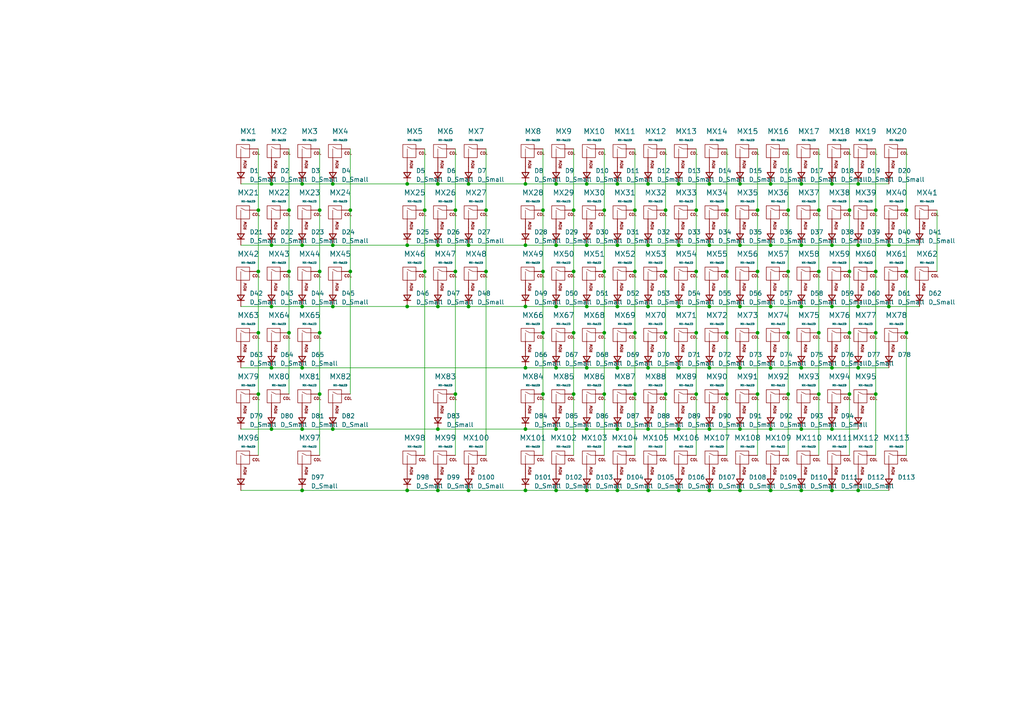
<source format=kicad_sch>
(kicad_sch (version 20231120) (generator "eeschema") (generator_version "8.0")
  (paper "A4")
  (junction (at 135.89 88.9))
  (junction (at 74.93 78.74))
  (junction (at 196.85 71.12))
  (junction (at 210.82 60.96))
  (junction (at 223.52 71.12))
  (junction (at 166.37 96.52))
  (junction (at 127 142.24))
  (junction (at 175.26 114.3))
  (junction (at 96.52 53.34))
  (junction (at 83.82 96.52))
  (junction (at 157.48 96.52))
  (junction (at 96.52 88.9))
  (junction (at 123.19 78.74))
  (junction (at 201.93 96.52))
  (junction (at 152.4 53.34))
  (junction (at 87.63 142.24))
  (junction (at 175.26 96.52))
  (junction (at 101.6 78.74))
  (junction (at 140.97 60.96))
  (junction (at 262.89 96.52))
  (junction (at 170.18 88.9))
  (junction (at 193.04 60.96))
  (junction (at 78.74 88.9))
  (junction (at 132.08 60.96))
  (junction (at 228.6 60.96))
  (junction (at 170.18 124.46))
  (junction (at 74.93 96.52))
  (junction (at 201.93 78.74))
  (junction (at 257.81 88.9))
  (junction (at 184.15 114.3))
  (junction (at 228.6 114.3))
  (junction (at 205.74 88.9))
  (junction (at 193.04 96.52))
  (junction (at 127 71.12))
  (junction (at 193.04 78.74))
  (junction (at 219.71 114.3))
  (junction (at 179.07 53.34))
  (junction (at 179.07 88.9))
  (junction (at 118.11 88.9))
  (junction (at 135.89 142.24))
  (junction (at 214.63 88.9))
  (junction (at 241.3 53.34))
  (junction (at 214.63 71.12))
  (junction (at 87.63 71.12))
  (junction (at 92.71 60.96))
  (junction (at 262.89 78.74))
  (junction (at 187.96 71.12))
  (junction (at 196.85 142.24))
  (junction (at 132.08 114.3))
  (junction (at 157.48 78.74))
  (junction (at 254 60.96))
  (junction (at 223.52 53.34))
  (junction (at 248.92 53.34))
  (junction (at 248.92 71.12))
  (junction (at 205.74 71.12))
  (junction (at 246.38 96.52))
  (junction (at 196.85 124.46))
  (junction (at 101.6 60.96))
  (junction (at 83.82 60.96))
  (junction (at 232.41 142.24))
  (junction (at 87.63 53.34))
  (junction (at 219.71 60.96))
  (junction (at 170.18 106.68))
  (junction (at 241.3 124.46))
  (junction (at 214.63 142.24))
  (junction (at 135.89 71.12))
  (junction (at 210.82 114.3))
  (junction (at 187.96 88.9))
  (junction (at 223.52 106.68))
  (junction (at 175.26 60.96))
  (junction (at 196.85 53.34))
  (junction (at 166.37 78.74))
  (junction (at 262.89 60.96))
  (junction (at 237.49 60.96))
  (junction (at 96.52 124.46))
  (junction (at 87.63 124.46))
  (junction (at 210.82 96.52))
  (junction (at 214.63 53.34))
  (junction (at 254 78.74))
  (junction (at 170.18 53.34))
  (junction (at 152.4 124.46))
  (junction (at 161.29 124.46))
  (junction (at 157.48 114.3))
  (junction (at 248.92 88.9))
  (junction (at 241.3 88.9))
  (junction (at 201.93 60.96))
  (junction (at 223.52 124.46))
  (junction (at 232.41 124.46))
  (junction (at 254 114.3))
  (junction (at 205.74 142.24))
  (junction (at 232.41 53.34))
  (junction (at 223.52 88.9))
  (junction (at 241.3 106.68))
  (junction (at 184.15 96.52))
  (junction (at 241.3 142.24))
  (junction (at 187.96 106.68))
  (junction (at 214.63 106.68))
  (junction (at 219.71 96.52))
  (junction (at 118.11 53.34))
  (junction (at 140.97 78.74))
  (junction (at 135.89 53.34))
  (junction (at 152.4 88.9))
  (junction (at 123.19 60.96))
  (junction (at 179.07 124.46))
  (junction (at 248.92 106.68))
  (junction (at 248.92 142.24))
  (junction (at 152.4 106.68))
  (junction (at 179.07 142.24))
  (junction (at 210.82 78.74))
  (junction (at 118.11 142.24))
  (junction (at 196.85 88.9))
  (junction (at 78.74 53.34))
  (junction (at 92.71 78.74))
  (junction (at 78.74 71.12))
  (junction (at 179.07 71.12))
  (junction (at 254 96.52))
  (junction (at 179.07 106.68))
  (junction (at 78.74 106.68))
  (junction (at 241.3 71.12))
  (junction (at 161.29 106.68))
  (junction (at 257.81 71.12))
  (junction (at 175.26 78.74))
  (junction (at 232.41 106.68))
  (junction (at 170.18 71.12))
  (junction (at 228.6 96.52))
  (junction (at 237.49 96.52))
  (junction (at 184.15 78.74))
  (junction (at 152.4 71.12))
  (junction (at 166.37 114.3))
  (junction (at 187.96 142.24))
  (junction (at 184.15 60.96))
  (junction (at 214.63 124.46))
  (junction (at 74.93 114.3))
  (junction (at 237.49 114.3))
  (junction (at 232.41 71.12))
  (junction (at 92.71 114.3))
  (junction (at 205.74 106.68))
  (junction (at 187.96 124.46))
  (junction (at 132.08 78.74))
  (junction (at 161.29 71.12))
  (junction (at 228.6 78.74))
  (junction (at 127 53.34))
  (junction (at 246.38 114.3))
  (junction (at 157.48 60.96))
  (junction (at 87.63 106.68))
  (junction (at 246.38 60.96))
  (junction (at 74.93 60.96))
  (junction (at 237.49 78.74))
  (junction (at 219.71 78.74))
  (junction (at 92.71 96.52))
  (junction (at 127 88.9))
  (junction (at 87.63 88.9))
  (junction (at 161.29 88.9))
  (junction (at 205.74 124.46))
  (junction (at 161.29 53.34))
  (junction (at 187.96 53.34))
  (junction (at 118.11 71.12))
  (junction (at 170.18 142.24))
  (junction (at 246.38 78.74))
  (junction (at 166.37 60.96))
  (junction (at 201.93 114.3))
  (junction (at 83.82 78.74))
  (junction (at 196.85 106.68))
  (junction (at 193.04 114.3))
  (junction (at 161.29 142.24))
  (junction (at 205.74 53.34))
  (junction (at 96.52 71.12))
  (junction (at 232.41 88.9))
  (junction (at 152.4 142.24))
  (junction (at 223.52 142.24))
  (junction (at 78.74 124.46))
  (junction (at 127 124.46))
  (wire (pts (xy 69.85 142.24) (xy 87.63 142.24)))
  (wire (pts (xy 179.07 88.9) (xy 187.96 88.9)))
  (wire (pts (xy 246.38 114.3) (xy 246.38 132.08)))
  (wire (pts (xy 254 114.3) (xy 254 132.08)))
  (wire (pts (xy 96.52 53.34) (xy 118.11 53.34)))
  (wire (pts (xy 78.74 53.34) (xy 87.63 53.34)))
  (wire (pts (xy 92.71 43.18) (xy 92.71 60.96)))
  (wire (pts (xy 219.71 60.96) (xy 219.71 78.74)))
  (wire (pts (xy 157.48 114.3) (xy 157.48 132.08)))
  (wire (pts (xy 184.15 114.3) (xy 184.15 132.08)))
  (wire (pts (xy 166.37 43.18) (xy 166.37 60.96)))
  (wire (pts (xy 175.26 114.3) (xy 175.26 132.08)))
  (wire (pts (xy 187.96 53.34) (xy 196.85 53.34)))
  (wire (pts (xy 196.85 71.12) (xy 205.74 71.12)))
  (wire (pts (xy 248.92 71.12) (xy 257.81 71.12)))
  (wire (pts (xy 237.49 78.74) (xy 237.49 96.52)))
  (wire (pts (xy 214.63 53.34) (xy 223.52 53.34)))
  (wire (pts (xy 237.49 96.52) (xy 237.49 114.3)))
  (wire (pts (xy 223.52 124.46) (xy 232.41 124.46)))
  (wire (pts (xy 135.89 71.12) (xy 152.4 71.12)))
  (wire (pts (xy 78.74 71.12) (xy 87.63 71.12)))
  (wire (pts (xy 140.97 43.18) (xy 140.97 60.96)))
  (wire (pts (xy 184.15 96.52) (xy 184.15 114.3)))
  (wire (pts (xy 69.85 124.46) (xy 78.74 124.46)))
  (wire (pts (xy 254 96.52) (xy 254 114.3)))
  (wire (pts (xy 214.63 124.46) (xy 223.52 124.46)))
  (wire (pts (xy 118.11 53.34) (xy 127 53.34)))
  (wire (pts (xy 123.19 43.18) (xy 123.19 60.96)))
  (wire (pts (xy 210.82 60.96) (xy 210.82 78.74)))
  (wire (pts (xy 78.74 106.68) (xy 87.63 106.68)))
  (wire (pts (xy 161.29 71.12) (xy 170.18 71.12)))
  (wire (pts (xy 196.85 142.24) (xy 205.74 142.24)))
  (wire (pts (xy 69.85 88.9) (xy 78.74 88.9)))
  (wire (pts (xy 74.93 96.52) (xy 74.93 114.3)))
  (wire (pts (xy 101.6 78.74) (xy 101.6 114.3)))
  (wire (pts (xy 241.3 106.68) (xy 248.92 106.68)))
  (wire (pts (xy 201.93 60.96) (xy 201.93 78.74)))
  (wire (pts (xy 257.81 88.9) (xy 266.7 88.9)))
  (wire (pts (xy 166.37 96.52) (xy 166.37 114.3)))
  (wire (pts (xy 210.82 114.3) (xy 210.82 132.08)))
  (wire (pts (xy 166.37 114.3) (xy 166.37 132.08)))
  (wire (pts (xy 232.41 53.34) (xy 241.3 53.34)))
  (wire (pts (xy 87.63 124.46) (xy 96.52 124.46)))
  (wire (pts (xy 157.48 43.18) (xy 157.48 60.96)))
  (wire (pts (xy 127 124.46) (xy 152.4 124.46)))
  (wire (pts (xy 179.07 124.46) (xy 187.96 124.46)))
  (wire (pts (xy 74.93 43.18) (xy 74.93 60.96)))
  (wire (pts (xy 223.52 88.9) (xy 232.41 88.9)))
  (wire (pts (xy 118.11 142.24) (xy 127 142.24)))
  (wire (pts (xy 201.93 114.3) (xy 201.93 132.08)))
  (wire (pts (xy 179.07 53.34) (xy 187.96 53.34)))
  (wire (pts (xy 179.07 142.24) (xy 187.96 142.24)))
  (wire (pts (xy 74.93 114.3) (xy 74.93 132.08)))
  (wire (pts (xy 241.3 142.24) (xy 248.92 142.24)))
  (wire (pts (xy 175.26 60.96) (xy 175.26 78.74)))
  (wire (pts (xy 223.52 106.68) (xy 232.41 106.68)))
  (wire (pts (xy 118.11 71.12) (xy 127 71.12)))
  (wire (pts (xy 196.85 124.46) (xy 205.74 124.46)))
  (wire (pts (xy 257.81 71.12) (xy 266.7 71.12)))
  (wire (pts (xy 228.6 60.96) (xy 228.6 78.74)))
  (wire (pts (xy 135.89 142.24) (xy 152.4 142.24)))
  (wire (pts (xy 210.82 43.18) (xy 210.82 60.96)))
  (wire (pts (xy 232.41 88.9) (xy 241.3 88.9)))
  (wire (pts (xy 127 53.34) (xy 135.89 53.34)))
  (wire (pts (xy 152.4 142.24) (xy 161.29 142.24)))
  (wire (pts (xy 132.08 114.3) (xy 132.08 132.08)))
  (wire (pts (xy 83.82 43.18) (xy 83.82 60.96)))
  (wire (pts (xy 187.96 88.9) (xy 196.85 88.9)))
  (wire (pts (xy 78.74 124.46) (xy 87.63 124.46)))
  (wire (pts (xy 241.3 88.9) (xy 248.92 88.9)))
  (wire (pts (xy 78.74 88.9) (xy 87.63 88.9)))
  (wire (pts (xy 83.82 60.96) (xy 83.82 78.74)))
  (wire (pts (xy 214.63 71.12) (xy 223.52 71.12)))
  (wire (pts (xy 196.85 106.68) (xy 205.74 106.68)))
  (wire (pts (xy 193.04 43.18) (xy 193.04 60.96)))
  (wire (pts (xy 87.63 88.9) (xy 96.52 88.9)))
  (wire (pts (xy 157.48 78.74) (xy 157.48 96.52)))
  (wire (pts (xy 152.4 71.12) (xy 161.29 71.12)))
  (wire (pts (xy 205.74 142.24) (xy 214.63 142.24)))
  (wire (pts (xy 83.82 96.52) (xy 83.82 114.3)))
  (wire (pts (xy 262.89 96.52) (xy 262.89 132.08)))
  (wire (pts (xy 223.52 142.24) (xy 232.41 142.24)))
  (wire (pts (xy 87.63 53.34) (xy 96.52 53.34)))
  (wire (pts (xy 132.08 60.96) (xy 132.08 78.74)))
  (wire (pts (xy 193.04 78.74) (xy 193.04 96.52)))
  (wire (pts (xy 187.96 106.68) (xy 196.85 106.68)))
  (wire (pts (xy 228.6 78.74) (xy 228.6 96.52)))
  (wire (pts (xy 101.6 43.18) (xy 101.6 60.96)))
  (wire (pts (xy 237.49 60.96) (xy 237.49 78.74)))
  (wire (pts (xy 205.74 124.46) (xy 214.63 124.46)))
  (wire (pts (xy 271.78 60.96) (xy 271.78 78.74)))
  (wire (pts (xy 170.18 53.34) (xy 179.07 53.34)))
  (wire (pts (xy 132.08 78.74) (xy 132.08 114.3)))
  (wire (pts (xy 219.71 78.74) (xy 219.71 96.52)))
  (wire (pts (xy 74.93 60.96) (xy 74.93 78.74)))
  (wire (pts (xy 205.74 106.68) (xy 214.63 106.68)))
  (wire (pts (xy 254 78.74) (xy 254 96.52)))
  (wire (pts (xy 254 43.18) (xy 254 60.96)))
  (wire (pts (xy 184.15 78.74) (xy 184.15 96.52)))
  (wire (pts (xy 161.29 53.34) (xy 170.18 53.34)))
  (wire (pts (xy 241.3 71.12) (xy 248.92 71.12)))
  (wire (pts (xy 228.6 114.3) (xy 228.6 132.08)))
  (wire (pts (xy 152.4 53.34) (xy 161.29 53.34)))
  (wire (pts (xy 135.89 88.9) (xy 152.4 88.9)))
  (wire (pts (xy 170.18 124.46) (xy 179.07 124.46)))
  (wire (pts (xy 87.63 142.24) (xy 118.11 142.24)))
  (wire (pts (xy 232.41 142.24) (xy 241.3 142.24)))
  (wire (pts (xy 92.71 78.74) (xy 92.71 96.52)))
  (wire (pts (xy 205.74 88.9) (xy 214.63 88.9)))
  (wire (pts (xy 166.37 60.96) (xy 166.37 78.74)))
  (wire (pts (xy 246.38 43.18) (xy 246.38 60.96)))
  (wire (pts (xy 187.96 142.24) (xy 196.85 142.24)))
  (wire (pts (xy 74.93 78.74) (xy 74.93 96.52)))
  (wire (pts (xy 232.41 71.12) (xy 241.3 71.12)))
  (wire (pts (xy 262.89 43.18) (xy 262.89 60.96)))
  (wire (pts (xy 241.3 53.34) (xy 248.92 53.34)))
  (wire (pts (xy 118.11 88.9) (xy 127 88.9)))
  (wire (pts (xy 228.6 43.18) (xy 228.6 60.96)))
  (wire (pts (xy 170.18 142.24) (xy 179.07 142.24)))
  (wire (pts (xy 205.74 53.34) (xy 214.63 53.34)))
  (wire (pts (xy 184.15 43.18) (xy 184.15 60.96)))
  (wire (pts (xy 140.97 60.96) (xy 140.97 78.74)))
  (wire (pts (xy 262.89 60.96) (xy 262.89 78.74)))
  (wire (pts (xy 254 60.96) (xy 254 78.74)))
  (wire (pts (xy 248.92 88.9) (xy 257.81 88.9)))
  (wire (pts (xy 237.49 114.3) (xy 237.49 132.08)))
  (wire (pts (xy 232.41 106.68) (xy 241.3 106.68)))
  (wire (pts (xy 127 88.9) (xy 135.89 88.9)))
  (wire (pts (xy 262.89 78.74) (xy 262.89 96.52)))
  (wire (pts (xy 170.18 106.68) (xy 179.07 106.68)))
  (wire (pts (xy 248.92 53.34) (xy 257.81 53.34)))
  (wire (pts (xy 132.08 43.18) (xy 132.08 60.96)))
  (wire (pts (xy 201.93 78.74) (xy 201.93 96.52)))
  (wire (pts (xy 232.41 124.46) (xy 241.3 124.46)))
  (wire (pts (xy 175.26 78.74) (xy 175.26 96.52)))
  (wire (pts (xy 223.52 71.12) (xy 232.41 71.12)))
  (wire (pts (xy 96.52 124.46) (xy 127 124.46)))
  (wire (pts (xy 246.38 78.74) (xy 246.38 96.52)))
  (wire (pts (xy 157.48 60.96) (xy 157.48 78.74)))
  (wire (pts (xy 92.71 96.52) (xy 92.71 114.3)))
  (wire (pts (xy 69.85 53.34) (xy 78.74 53.34)))
  (wire (pts (xy 127 142.24) (xy 135.89 142.24)))
  (wire (pts (xy 152.4 106.68) (xy 161.29 106.68)))
  (wire (pts (xy 193.04 60.96) (xy 193.04 78.74)))
  (wire (pts (xy 210.82 96.52) (xy 210.82 114.3)))
  (wire (pts (xy 69.85 106.68) (xy 78.74 106.68)))
  (wire (pts (xy 175.26 96.52) (xy 175.26 114.3)))
  (wire (pts (xy 140.97 78.74) (xy 140.97 132.08)))
  (wire (pts (xy 223.52 53.34) (xy 232.41 53.34)))
  (wire (pts (xy 248.92 106.68) (xy 257.81 106.68)))
  (wire (pts (xy 210.82 78.74) (xy 210.82 96.52)))
  (wire (pts (xy 187.96 71.12) (xy 196.85 71.12)))
  (wire (pts (xy 175.26 43.18) (xy 175.26 60.96)))
  (wire (pts (xy 196.85 88.9) (xy 205.74 88.9)))
  (wire (pts (xy 201.93 96.52) (xy 201.93 114.3)))
  (wire (pts (xy 170.18 88.9) (xy 179.07 88.9)))
  (wire (pts (xy 92.71 60.96) (xy 92.71 78.74)))
  (wire (pts (xy 179.07 106.68) (xy 187.96 106.68)))
  (wire (pts (xy 157.48 96.52) (xy 157.48 114.3)))
  (wire (pts (xy 228.6 96.52) (xy 228.6 114.3)))
  (wire (pts (xy 92.71 114.3) (xy 92.71 132.08)))
  (wire (pts (xy 248.92 142.24) (xy 257.81 142.24)))
  (wire (pts (xy 152.4 124.46) (xy 161.29 124.46)))
  (wire (pts (xy 193.04 96.52) (xy 193.04 114.3)))
  (wire (pts (xy 96.52 88.9) (xy 118.11 88.9)))
  (wire (pts (xy 83.82 78.74) (xy 83.82 96.52)))
  (wire (pts (xy 161.29 124.46) (xy 170.18 124.46)))
  (wire (pts (xy 214.63 88.9) (xy 223.52 88.9)))
  (wire (pts (xy 241.3 124.46) (xy 248.92 124.46)))
  (wire (pts (xy 161.29 106.68) (xy 170.18 106.68)))
  (wire (pts (xy 123.19 60.96) (xy 123.19 78.74)))
  (wire (pts (xy 219.71 96.52) (xy 219.71 114.3)))
  (wire (pts (xy 123.19 78.74) (xy 123.19 132.08)))
  (wire (pts (xy 214.63 106.68) (xy 223.52 106.68)))
  (wire (pts (xy 87.63 71.12) (xy 96.52 71.12)))
  (wire (pts (xy 193.04 114.3) (xy 193.04 132.08)))
  (wire (pts (xy 219.71 114.3) (xy 219.71 132.08)))
  (wire (pts (xy 170.18 71.12) (xy 179.07 71.12)))
  (wire (pts (xy 196.85 53.34) (xy 205.74 53.34)))
  (wire (pts (xy 214.63 142.24) (xy 223.52 142.24)))
  (wire (pts (xy 166.37 78.74) (xy 166.37 96.52)))
  (wire (pts (xy 179.07 71.12) (xy 187.96 71.12)))
  (wire (pts (xy 135.89 53.34) (xy 152.4 53.34)))
  (wire (pts (xy 246.38 60.96) (xy 246.38 78.74)))
  (wire (pts (xy 101.6 60.96) (xy 101.6 78.74)))
  (wire (pts (xy 205.74 71.12) (xy 214.63 71.12)))
  (wire (pts (xy 161.29 142.24) (xy 170.18 142.24)))
  (wire (pts (xy 69.85 71.12) (xy 78.74 71.12)))
  (wire (pts (xy 246.38 96.52) (xy 246.38 114.3)))
  (wire (pts (xy 184.15 60.96) (xy 184.15 78.74)))
  (wire (pts (xy 219.71 43.18) (xy 219.71 60.96)))
  (wire (pts (xy 201.93 43.18) (xy 201.93 60.96)))
  (wire (pts (xy 161.29 88.9) (xy 170.18 88.9)))
  (wire (pts (xy 152.4 88.9) (xy 161.29 88.9)))
  (wire (pts (xy 87.63 106.68) (xy 152.4 106.68)))
  (wire (pts (xy 96.52 71.12) (xy 118.11 71.12)))
  (wire (pts (xy 187.96 124.46) (xy 196.85 124.46)))
  (wire (pts (xy 237.49 43.18) (xy 237.49 60.96)))
  (wire (pts (xy 127 71.12) (xy 135.89 71.12)))
  (symbol (lib_id "Device:D_Small") (at 78.74 50.8 90) (unit 1)
    (property "Reference" "D2" (at 81.28 49.5299 90) (effects (justify right)))
    (property "Value" "D_Small" (at 81.28 52.0699 90) (effects (justify right)))
    (property "Description" "Diode, small symbol" (effects (hide yes)))
    (property "Sim.Device" "D" (effects (hide yes)))
    (property "Sim.Pins" "1=K 2=A" (effects (hide yes)))
  )
  (symbol (lib_id "MX_Alps_Hybrid:MX-NoLED") (at 242.57 133.35 0) (unit 1)
    (property "Reference" "MX111" (at 243.4652 127 0) (effects (font (size 1.524 1.524))))
    (property "Value" "MX-NoLED" (at 243.4652 129.54 0) (effects (font (size 0.508 0.508))))
  )
  (symbol (lib_id "MX_Alps_Hybrid:MX-NoLED") (at 233.68 44.45 0) (unit 1)
    (property "Reference" "MX17" (at 234.5752 38.1 0) (effects (font (size 1.524 1.524))))
    (property "Value" "MX-NoLED" (at 234.5752 40.64 0) (effects (font (size 0.508 0.508))))
  )
  (symbol (lib_id "MX_Alps_Hybrid:MX-NoLED") (at 88.9 80.01 0) (unit 1)
    (property "Reference" "MX44" (at 89.7952 73.66 0) (effects (font (size 1.524 1.524))))
    (property "Value" "MX-NoLED" (at 89.7952 76.2 0) (effects (font (size 0.508 0.508))))
  )
  (symbol (lib_id "MX_Alps_Hybrid:MX-NoLED") (at 259.08 133.35 0) (unit 1)
    (property "Reference" "MX113" (at 259.9752 127 0) (effects (font (size 1.524 1.524))))
    (property "Value" "MX-NoLED" (at 259.9752 129.54 0) (effects (font (size 0.508 0.508))))
  )
  (symbol (lib_id "Device:D_Small") (at 223.52 68.58 90) (unit 1)
    (property "Reference" "D36" (at 226.06 67.3099 90) (effects (justify right)))
    (property "Value" "D_Small" (at 226.06 69.8499 90) (effects (justify right)))
    (property "Description" "Diode, small symbol" (effects (hide yes)))
    (property "Sim.Device" "D" (effects (hide yes)))
    (property "Sim.Pins" "1=K 2=A" (effects (hide yes)))
  )
  (symbol (lib_id "Device:D_Small") (at 170.18 104.14 90) (unit 1)
    (property "Reference" "D68" (at 172.72 102.8699 90) (effects (justify right)))
    (property "Value" "D_Small" (at 172.72 105.4099 90) (effects (justify right)))
    (property "Description" "Diode, small symbol" (effects (hide yes)))
    (property "Sim.Device" "D" (effects (hide yes)))
    (property "Sim.Pins" "1=K 2=A" (effects (hide yes)))
  )
  (symbol (lib_id "Device:D_Small") (at 127 50.8 90) (unit 1)
    (property "Reference" "D6" (at 129.54 49.5299 90) (effects (justify right)))
    (property "Value" "D_Small" (at 129.54 52.0699 90) (effects (justify right)))
    (property "Description" "Diode, small symbol" (effects (hide yes)))
    (property "Sim.Device" "D" (effects (hide yes)))
    (property "Sim.Pins" "1=K 2=A" (effects (hide yes)))
  )
  (symbol (lib_id "Device:D_Small") (at 187.96 104.14 90) (unit 1)
    (property "Reference" "D70" (at 190.5 102.8699 90) (effects (justify right)))
    (property "Value" "D_Small" (at 190.5 105.4099 90) (effects (justify right)))
    (property "Description" "Diode, small symbol" (effects (hide yes)))
    (property "Sim.Device" "D" (effects (hide yes)))
    (property "Sim.Pins" "1=K 2=A" (effects (hide yes)))
  )
  (symbol (lib_id "MX_Alps_Hybrid:MX-NoLED") (at 153.67 133.35 0) (unit 1)
    (property "Reference" "MX101" (at 154.5652 127 0) (effects (font (size 1.524 1.524))))
    (property "Value" "MX-NoLED" (at 154.5652 129.54 0) (effects (font (size 0.508 0.508))))
  )
  (symbol (lib_id "MX_Alps_Hybrid:MX-NoLED") (at 250.19 62.23 0) (unit 1)
    (property "Reference" "MX39" (at 251.0852 55.88 0) (effects (font (size 1.524 1.524))))
    (property "Value" "MX-NoLED" (at 251.0852 58.42 0) (effects (font (size 0.508 0.508))))
  )
  (symbol (lib_id "Device:D_Small") (at 257.81 68.58 90) (unit 1)
    (property "Reference" "D40" (at 260.35 67.3099 90) (effects (justify right)))
    (property "Value" "D_Small" (at 260.35 69.8499 90) (effects (justify right)))
    (property "Description" "Diode, small symbol" (effects (hide yes)))
    (property "Sim.Device" "D" (effects (hide yes)))
    (property "Sim.Pins" "1=K 2=A" (effects (hide yes)))
  )
  (symbol (lib_id "MX_Alps_Hybrid:MX-NoLED") (at 180.34 97.79 0) (unit 1)
    (property "Reference" "MX69" (at 181.2352 91.44 0) (effects (font (size 1.524 1.524))))
    (property "Value" "MX-NoLED" (at 181.2352 93.98 0) (effects (font (size 0.508 0.508))))
  )
  (symbol (lib_id "Device:D_Small") (at 118.11 139.7 90) (unit 1)
    (property "Reference" "D98" (at 120.65 138.4299 90) (effects (justify right)))
    (property "Value" "D_Small" (at 120.65 140.9699 90) (effects (justify right)))
    (property "Description" "Diode, small symbol" (effects (hide yes)))
    (property "Sim.Device" "D" (effects (hide yes)))
    (property "Sim.Pins" "1=K 2=A" (effects (hide yes)))
  )
  (symbol (lib_id "MX_Alps_Hybrid:MX-NoLED") (at 215.9 115.57 0) (unit 1)
    (property "Reference" "MX91" (at 216.7952 109.22 0) (effects (font (size 1.524 1.524))))
    (property "Value" "MX-NoLED" (at 216.7952 111.76 0) (effects (font (size 0.508 0.508))))
  )
  (symbol (lib_id "MX_Alps_Hybrid:MX-NoLED") (at 153.67 115.57 0) (unit 1)
    (property "Reference" "MX84" (at 154.5652 109.22 0) (effects (font (size 1.524 1.524))))
    (property "Value" "MX-NoLED" (at 154.5652 111.76 0) (effects (font (size 0.508 0.508))))
  )
  (symbol (lib_id "MX_Alps_Hybrid:MX-NoLED") (at 189.23 62.23 0) (unit 1)
    (property "Reference" "MX32" (at 190.1252 55.88 0) (effects (font (size 1.524 1.524))))
    (property "Value" "MX-NoLED" (at 190.1252 58.42 0) (effects (font (size 0.508 0.508))))
  )
  (symbol (lib_id "Device:D_Small") (at 96.52 121.92 90) (unit 1)
    (property "Reference" "D82" (at 99.06 120.6499 90) (effects (justify right)))
    (property "Value" "D_Small" (at 99.06 123.1899 90) (effects (justify right)))
    (property "Description" "Diode, small symbol" (effects (hide yes)))
    (property "Sim.Device" "D" (effects (hide yes)))
    (property "Sim.Pins" "1=K 2=A" (effects (hide yes)))
  )
  (symbol (lib_id "MX_Alps_Hybrid:MX-NoLED") (at 162.56 133.35 0) (unit 1)
    (property "Reference" "MX102" (at 163.4552 127 0) (effects (font (size 1.524 1.524))))
    (property "Value" "MX-NoLED" (at 163.4552 129.54 0) (effects (font (size 0.508 0.508))))
  )
  (symbol (lib_id "Device:D_Small") (at 196.85 121.92 90) (unit 1)
    (property "Reference" "D89" (at 199.39 120.6499 90) (effects (justify right)))
    (property "Value" "D_Small" (at 199.39 123.1899 90) (effects (justify right)))
    (property "Description" "Diode, small symbol" (effects (hide yes)))
    (property "Sim.Device" "D" (effects (hide yes)))
    (property "Sim.Pins" "1=K 2=A" (effects (hide yes)))
  )
  (symbol (lib_id "Device:D_Small") (at 257.81 50.8 90) (unit 1)
    (property "Reference" "D20" (at 260.35 49.5299 90) (effects (justify right)))
    (property "Value" "D_Small" (at 260.35 52.0699 90) (effects (justify right)))
    (property "Description" "Diode, small symbol" (effects (hide yes)))
    (property "Sim.Device" "D" (effects (hide yes)))
    (property "Sim.Pins" "1=K 2=A" (effects (hide yes)))
  )
  (symbol (lib_id "MX_Alps_Hybrid:MX-NoLED") (at 224.79 115.57 0) (unit 1)
    (property "Reference" "MX92" (at 225.6852 109.22 0) (effects (font (size 1.524 1.524))))
    (property "Value" "MX-NoLED" (at 225.6852 111.76 0) (effects (font (size 0.508 0.508))))
  )
  (symbol (lib_id "MX_Alps_Hybrid:MX-NoLED") (at 119.38 133.35 0) (unit 1)
    (property "Reference" "MX98" (at 120.2752 127 0) (effects (font (size 1.524 1.524))))
    (property "Value" "MX-NoLED" (at 120.2752 129.54 0) (effects (font (size 0.508 0.508))))
  )
  (symbol (lib_id "Device:D_Small") (at 187.96 50.8 90) (unit 1)
    (property "Reference" "D12" (at 190.5 49.5299 90) (effects (justify right)))
    (property "Value" "D_Small" (at 190.5 52.0699 90) (effects (justify right)))
    (property "Description" "Diode, small symbol" (effects (hide yes)))
    (property "Sim.Device" "D" (effects (hide yes)))
    (property "Sim.Pins" "1=K 2=A" (effects (hide yes)))
  )
  (symbol (lib_id "MX_Alps_Hybrid:MX-NoLED") (at 119.38 44.45 0) (unit 1)
    (property "Reference" "MX5" (at 120.2752 38.1 0) (effects (font (size 1.524 1.524))))
    (property "Value" "MX-NoLED" (at 120.2752 40.64 0) (effects (font (size 0.508 0.508))))
  )
  (symbol (lib_id "Device:D_Small") (at 214.63 121.92 90) (unit 1)
    (property "Reference" "D91" (at 217.17 120.6499 90) (effects (justify right)))
    (property "Value" "D_Small" (at 217.17 123.1899 90) (effects (justify right)))
    (property "Description" "Diode, small symbol" (effects (hide yes)))
    (property "Sim.Device" "D" (effects (hide yes)))
    (property "Sim.Pins" "1=K 2=A" (effects (hide yes)))
  )
  (symbol (lib_id "MX_Alps_Hybrid:MX-NoLED") (at 233.68 62.23 0) (unit 1)
    (property "Reference" "MX37" (at 234.5752 55.88 0) (effects (font (size 1.524 1.524))))
    (property "Value" "MX-NoLED" (at 234.5752 58.42 0) (effects (font (size 0.508 0.508))))
  )
  (symbol (lib_id "Device:D_Small") (at 187.96 86.36 90) (unit 1)
    (property "Reference" "D53" (at 190.5 85.0899 90) (effects (justify right)))
    (property "Value" "D_Small" (at 190.5 87.6299 90) (effects (justify right)))
    (property "Description" "Diode, small symbol" (effects (hide yes)))
    (property "Sim.Device" "D" (effects (hide yes)))
    (property "Sim.Pins" "1=K 2=A" (effects (hide yes)))
  )
  (symbol (lib_id "Device:D_Small") (at 118.11 86.36 90) (unit 1)
    (property "Reference" "D46" (at 120.65 85.0899 90) (effects (justify right)))
    (property "Value" "D_Small" (at 120.65 87.6299 90) (effects (justify right)))
    (property "Description" "Diode, small symbol" (effects (hide yes)))
    (property "Sim.Device" "D" (effects (hide yes)))
    (property "Sim.Pins" "1=K 2=A" (effects (hide yes)))
  )
  (symbol (lib_id "Device:D_Small") (at 69.85 139.7 90) (unit 1)
    (property "Reference" "D96" (effects (hide yes)))
    (property "Value" "D_Small" (effects (hide yes)))
    (property "Description" "Diode, small symbol" (effects (hide yes)))
    (property "Sim.Device" "D" (effects (hide yes)))
    (property "Sim.Pins" "1=K 2=A" (effects (hide yes)))
  )
  (symbol (lib_id "MX_Alps_Hybrid:MX-NoLED") (at 119.38 62.23 0) (unit 1)
    (property "Reference" "MX25" (at 120.2752 55.88 0) (effects (font (size 1.524 1.524))))
    (property "Value" "MX-NoLED" (at 120.2752 58.42 0) (effects (font (size 0.508 0.508))))
  )
  (symbol (lib_id "MX_Alps_Hybrid:MX-NoLED") (at 250.19 80.01 0) (unit 1)
    (property "Reference" "MX60" (at 251.0852 73.66 0) (effects (font (size 1.524 1.524))))
    (property "Value" "MX-NoLED" (at 251.0852 76.2 0) (effects (font (size 0.508 0.508))))
  )
  (symbol (lib_id "MX_Alps_Hybrid:MX-NoLED") (at 198.12 80.01 0) (unit 1)
    (property "Reference" "MX54" (at 199.0152 73.66 0) (effects (font (size 1.524 1.524))))
    (property "Value" "MX-NoLED" (at 199.0152 76.2 0) (effects (font (size 0.508 0.508))))
  )
  (symbol (lib_id "MX_Alps_Hybrid:MX-NoLED") (at 233.68 133.35 0) (unit 1)
    (property "Reference" "MX110" (at 234.5752 127 0) (effects (font (size 1.524 1.524))))
    (property "Value" "MX-NoLED" (at 234.5752 129.54 0) (effects (font (size 0.508 0.508))))
  )
  (symbol (lib_id "Device:D_Small") (at 257.81 139.7 90) (unit 1)
    (property "Reference" "D113" (at 260.35 138.4299 90) (effects (justify right)))
    (property "Value" "D_Small" (effects (hide yes)))
    (property "Description" "Diode, small symbol" (effects (hide yes)))
    (property "Sim.Device" "D" (effects (hide yes)))
    (property "Sim.Pins" "1=K 2=A" (effects (hide yes)))
  )
  (symbol (lib_id "MX_Alps_Hybrid:MX-NoLED") (at 71.12 97.79 0) (unit 1)
    (property "Reference" "MX63" (at 72.0152 91.44 0) (effects (font (size 1.524 1.524))))
    (property "Value" "MX-NoLED" (at 72.0152 93.98 0) (effects (font (size 0.508 0.508))))
  )
  (symbol (lib_id "Device:D_Small") (at 241.3 104.14 90) (unit 1)
    (property "Reference" "D76" (at 243.84 102.8699 90) (effects (justify right)))
    (property "Value" "D_Small" (at 243.84 105.4099 90) (effects (justify right)))
    (property "Description" "Diode, small symbol" (effects (hide yes)))
    (property "Sim.Device" "D" (effects (hide yes)))
    (property "Sim.Pins" "1=K 2=A" (effects (hide yes)))
  )
  (symbol (lib_id "MX_Alps_Hybrid:MX-NoLED") (at 71.12 80.01 0) (unit 1)
    (property "Reference" "MX42" (at 72.0152 73.66 0) (effects (font (size 1.524 1.524))))
    (property "Value" "MX-NoLED" (at 72.0152 76.2 0) (effects (font (size 0.508 0.508))))
  )
  (symbol (lib_id "Device:D_Small") (at 205.74 86.36 90) (unit 1)
    (property "Reference" "D55" (at 208.28 85.0899 90) (effects (justify right)))
    (property "Value" "D_Small" (at 208.28 87.6299 90) (effects (justify right)))
    (property "Description" "Diode, small symbol" (effects (hide yes)))
    (property "Sim.Device" "D" (effects (hide yes)))
    (property "Sim.Pins" "1=K 2=A" (effects (hide yes)))
  )
  (symbol (lib_id "MX_Alps_Hybrid:MX-NoLED") (at 162.56 115.57 0) (unit 1)
    (property "Reference" "MX85" (at 163.4552 109.22 0) (effects (font (size 1.524 1.524))))
    (property "Value" "MX-NoLED" (at 163.4552 111.76 0) (effects (font (size 0.508 0.508))))
  )
  (symbol (lib_id "Device:D_Small") (at 87.63 50.8 90) (unit 1)
    (property "Reference" "D3" (at 90.17 49.5299 90) (effects (justify right)))
    (property "Value" "D_Small" (at 90.17 52.0699 90) (effects (justify right)))
    (property "Description" "Diode, small symbol" (effects (hide yes)))
    (property "Sim.Device" "D" (effects (hide yes)))
    (property "Sim.Pins" "1=K 2=A" (effects (hide yes)))
  )
  (symbol (lib_id "MX_Alps_Hybrid:MX-NoLED") (at 162.56 97.79 0) (unit 1)
    (property "Reference" "MX67" (at 163.4552 91.44 0) (effects (font (size 1.524 1.524))))
    (property "Value" "MX-NoLED" (at 163.4552 93.98 0) (effects (font (size 0.508 0.508))))
  )
  (symbol (lib_id "MX_Alps_Hybrid:MX-NoLED") (at 80.01 44.45 0) (unit 1)
    (property "Reference" "MX2" (at 80.9052 38.1 0) (effects (font (size 1.524 1.524))))
    (property "Value" "MX-NoLED" (at 80.9052 40.64 0) (effects (font (size 0.508 0.508))))
  )
  (symbol (lib_id "MX_Alps_Hybrid:MX-NoLED") (at 97.79 62.23 0) (unit 1)
    (property "Reference" "MX24" (at 98.6852 55.88 0) (effects (font (size 1.524 1.524))))
    (property "Value" "MX-NoLED" (at 98.6852 58.42 0) (effects (font (size 0.508 0.508))))
  )
  (symbol (lib_id "MX_Alps_Hybrid:MX-NoLED") (at 97.79 115.57 0) (unit 1)
    (property "Reference" "MX82" (at 98.6852 109.22 0) (effects (font (size 1.524 1.524))))
    (property "Value" "MX-NoLED" (at 98.6852 111.76 0) (effects (font (size 0.508 0.508))))
  )
  (symbol (lib_id "MX_Alps_Hybrid:MX-NoLED") (at 224.79 62.23 0) (unit 1)
    (property "Reference" "MX36" (at 225.6852 55.88 0) (effects (font (size 1.524 1.524))))
    (property "Value" "MX-NoLED" (at 225.6852 58.42 0) (effects (font (size 0.508 0.508))))
  )
  (symbol (lib_id "Device:D_Small") (at 78.74 104.14 90) (unit 1)
    (property "Reference" "D64" (at 81.28 102.8699 90) (effects (justify right)))
    (property "Value" "D_Small" (at 81.28 105.4099 90) (effects (justify right)))
    (property "Description" "Diode, small symbol" (effects (hide yes)))
    (property "Sim.Device" "D" (effects (hide yes)))
    (property "Sim.Pins" "1=K 2=A" (effects (hide yes)))
  )
  (symbol (lib_id "Device:D_Small") (at 179.07 104.14 90) (unit 1)
    (property "Reference" "D69" (at 181.61 102.8699 90) (effects (justify right)))
    (property "Value" "D_Small" (at 181.61 105.4099 90) (effects (justify right)))
    (property "Description" "Diode, small symbol" (effects (hide yes)))
    (property "Sim.Device" "D" (effects (hide yes)))
    (property "Sim.Pins" "1=K 2=A" (effects (hide yes)))
  )
  (symbol (lib_id "Device:D_Small") (at 161.29 50.8 90) (unit 1)
    (property "Reference" "D9" (at 163.83 49.5299 90) (effects (justify right)))
    (property "Value" "D_Small" (at 163.83 52.0699 90) (effects (justify right)))
    (property "Description" "Diode, small symbol" (effects (hide yes)))
    (property "Sim.Device" "D" (effects (hide yes)))
    (property "Sim.Pins" "1=K 2=A" (effects (hide yes)))
  )
  (symbol (lib_id "Device:D_Small") (at 152.4 139.7 90) (unit 1)
    (property "Reference" "D101" (at 154.94 138.4299 90) (effects (justify right)))
    (property "Value" "D_Small" (at 154.94 140.9699 90) (effects (justify right)))
    (property "Description" "Diode, small symbol" (effects (hide yes)))
    (property "Sim.Device" "D" (effects (hide yes)))
    (property "Sim.Pins" "1=K 2=A" (effects (hide yes)))
  )
  (symbol (lib_id "Device:D_Small") (at 232.41 68.58 90) (unit 1)
    (property "Reference" "D37" (at 234.95 67.3099 90) (effects (justify right)))
    (property "Value" "D_Small" (at 234.95 69.8499 90) (effects (justify right)))
    (property "Description" "Diode, small symbol" (effects (hide yes)))
    (property "Sim.Device" "D" (effects (hide yes)))
    (property "Sim.Pins" "1=K 2=A" (effects (hide yes)))
  )
  (symbol (lib_id "Device:D_Small") (at 223.52 86.36 90) (unit 1)
    (property "Reference" "D57" (at 226.06 85.0899 90) (effects (justify right)))
    (property "Value" "D_Small" (at 226.06 87.6299 90) (effects (justify right)))
    (property "Description" "Diode, small symbol" (effects (hide yes)))
    (property "Sim.Device" "D" (effects (hide yes)))
    (property "Sim.Pins" "1=K 2=A" (effects (hide yes)))
  )
  (symbol (lib_id "Device:D_Small") (at 241.3 50.8 90) (unit 1)
    (property "Reference" "D18" (at 243.84 49.5299 90) (effects (justify right)))
    (property "Value" "D_Small" (at 243.84 52.0699 90) (effects (justify right)))
    (property "Description" "Diode, small symbol" (effects (hide yes)))
    (property "Sim.Device" "D" (effects (hide yes)))
    (property "Sim.Pins" "1=K 2=A" (effects (hide yes)))
  )
  (symbol (lib_id "MX_Alps_Hybrid:MX-NoLED") (at 162.56 80.01 0) (unit 1)
    (property "Reference" "MX50" (at 163.4552 73.66 0) (effects (font (size 1.524 1.524))))
    (property "Value" "MX-NoLED" (at 163.4552 76.2 0) (effects (font (size 0.508 0.508))))
  )
  (symbol (lib_id "MX_Alps_Hybrid:MX-NoLED") (at 207.01 115.57 0) (unit 1)
    (property "Reference" "MX90" (at 207.9052 109.22 0) (effects (font (size 1.524 1.524))))
    (property "Value" "MX-NoLED" (at 207.9052 111.76 0) (effects (font (size 0.508 0.508))))
  )
  (symbol (lib_id "Device:D_Small") (at 241.3 139.7 90) (unit 1)
    (property "Reference" "D111" (at 243.84 138.4299 90) (effects (justify right)))
    (property "Value" "D_Small" (at 243.84 140.9699 90) (effects (justify right)))
    (property "Description" "Diode, small symbol" (effects (hide yes)))
    (property "Sim.Device" "D" (effects (hide yes)))
    (property "Sim.Pins" "1=K 2=A" (effects (hide yes)))
  )
  (symbol (lib_id "Device:D_Small") (at 96.52 68.58 90) (unit 1)
    (property "Reference" "D24" (at 99.06 67.3099 90) (effects (justify right)))
    (property "Value" "D_Small" (at 99.06 69.8499 90) (effects (justify right)))
    (property "Description" "Diode, small symbol" (effects (hide yes)))
    (property "Sim.Device" "D" (effects (hide yes)))
    (property "Sim.Pins" "1=K 2=A" (effects (hide yes)))
  )
  (symbol (lib_id "Device:D_Small") (at 248.92 86.36 90) (unit 1)
    (property "Reference" "D60" (at 251.46 85.0899 90) (effects (justify right)))
    (property "Value" "D_Small" (at 251.46 87.6299 90) (effects (justify right)))
    (property "Description" "Diode, small symbol" (effects (hide yes)))
    (property "Sim.Device" "D" (effects (hide yes)))
    (property "Sim.Pins" "1=K 2=A" (effects (hide yes)))
  )
  (symbol (lib_id "Device:D_Small") (at 69.85 50.8 90) (unit 1)
    (property "Reference" "D1" (at 72.39 49.5299 90) (effects (justify right)))
    (property "Value" "D_Small" (at 72.39 52.0699 90) (effects (justify right)))
    (property "Description" "Diode, small symbol" (effects (hide yes)))
    (property "Sim.Device" "D" (effects (hide yes)))
    (property "Sim.Pins" "1=K 2=A" (effects (hide yes)))
  )
  (symbol (lib_id "Device:D_Small") (at 205.74 139.7 90) (unit 1)
    (property "Reference" "D107" (at 208.28 138.4299 90) (effects (justify right)))
    (property "Value" "D_Small" (at 208.28 140.9699 90) (effects (justify right)))
    (property "Description" "Diode, small symbol" (effects (hide yes)))
    (property "Sim.Device" "D" (effects (hide yes)))
    (property "Sim.Pins" "1=K 2=A" (effects (hide yes)))
  )
  (symbol (lib_id "MX_Alps_Hybrid:MX-NoLED") (at 250.19 133.35 0) (unit 1)
    (property "Reference" "MX112" (at 251.0852 127 0) (effects (font (size 1.524 1.524))))
    (property "Value" "MX-NoLED" (at 251.0852 129.54 0) (effects (font (size 0.508 0.508))))
  )
  (symbol (lib_id "Device:D_Small") (at 161.29 139.7 90) (unit 1)
    (property "Reference" "D102" (at 163.83 138.4299 90) (effects (justify right)))
    (property "Value" "D_Small" (at 163.83 140.9699 90) (effects (justify right)))
    (property "Description" "Diode, small symbol" (effects (hide yes)))
    (property "Sim.Device" "D" (effects (hide yes)))
    (property "Sim.Pins" "1=K 2=A" (effects (hide yes)))
  )
  (symbol (lib_id "MX_Alps_Hybrid:MX-NoLED") (at 259.08 62.23 0) (unit 1)
    (property "Reference" "MX40" (at 259.9752 55.88 0) (effects (font (size 1.524 1.524))))
    (property "Value" "MX-NoLED" (at 259.9752 58.42 0) (effects (font (size 0.508 0.508))))
  )
  (symbol (lib_id "Device:D_Small") (at 69.85 121.92 90) (unit 1)
    (property "Reference" "D79" (at 72.39 120.6499 90) (effects (justify right)))
    (property "Value" "D_Small" (at 72.39 123.1899 90) (effects (justify right)))
    (property "Description" "Diode, small symbol" (effects (hide yes)))
    (property "Sim.Device" "D" (effects (hide yes)))
    (property "Sim.Pins" "1=K 2=A" (effects (hide yes)))
  )
  (symbol (lib_id "Device:D_Small") (at 214.63 68.58 90) (unit 1)
    (property "Reference" "D35" (at 217.17 67.3099 90) (effects (justify right)))
    (property "Value" "D_Small" (at 217.17 69.8499 90) (effects (justify right)))
    (property "Description" "Diode, small symbol" (effects (hide yes)))
    (property "Sim.Device" "D" (effects (hide yes)))
    (property "Sim.Pins" "1=K 2=A" (effects (hide yes)))
  )
  (symbol (lib_id "MX_Alps_Hybrid:MX-NoLED") (at 180.34 80.01 0) (unit 1)
    (property "Reference" "MX52" (at 181.2352 73.66 0) (effects (font (size 1.524 1.524))))
    (property "Value" "MX-NoLED" (at 181.2352 76.2 0) (effects (font (size 0.508 0.508))))
  )
  (symbol (lib_id "Device:D_Small") (at 170.18 68.58 90) (unit 1)
    (property "Reference" "D30" (at 172.72 67.3099 90) (effects (justify right)))
    (property "Value" "D_Small" (at 172.72 69.8499 90) (effects (justify right)))
    (property "Description" "Diode, small symbol" (effects (hide yes)))
    (property "Sim.Device" "D" (effects (hide yes)))
    (property "Sim.Pins" "1=K 2=A" (effects (hide yes)))
  )
  (symbol (lib_id "MX_Alps_Hybrid:MX-NoLED") (at 128.27 115.57 0) (unit 1)
    (property "Reference" "MX83" (at 129.1652 109.22 0) (effects (font (size 1.524 1.524))))
    (property "Value" "MX-NoLED" (at 129.1652 111.76 0) (effects (font (size 0.508 0.508))))
  )
  (symbol (lib_id "MX_Alps_Hybrid:MX-NoLED") (at 233.68 97.79 0) (unit 1)
    (property "Reference" "MX75" (at 234.5752 91.44 0) (effects (font (size 1.524 1.524))))
    (property "Value" "MX-NoLED" (at 234.5752 93.98 0) (effects (font (size 0.508 0.508))))
  )
  (symbol (lib_id "MX_Alps_Hybrid:MX-NoLED") (at 259.08 97.79 0) (unit 1)
    (property "Reference" "MX78" (at 259.9752 91.44 0) (effects (font (size 1.524 1.524))))
    (property "Value" "MX-NoLED" (at 259.9752 93.98 0) (effects (font (size 0.508 0.508))))
  )
  (symbol (lib_id "MX_Alps_Hybrid:MX-NoLED") (at 242.57 80.01 0) (unit 1)
    (property "Reference" "MX59" (at 243.4652 73.66 0) (effects (font (size 1.524 1.524))))
    (property "Value" "MX-NoLED" (at 243.4652 76.2 0) (effects (font (size 0.508 0.508))))
  )
  (symbol (lib_id "MX_Alps_Hybrid:MX-NoLED") (at 198.12 133.35 0) (unit 1)
    (property "Reference" "MX106" (at 199.0152 127 0) (effects (font (size 1.524 1.524))))
    (property "Value" "MX-NoLED" (at 199.0152 129.54 0) (effects (font (size 0.508 0.508))))
  )
  (symbol (lib_id "MX_Alps_Hybrid:MX-NoLED") (at 80.01 80.01 0) (unit 1)
    (property "Reference" "MX43" (at 80.9052 73.66 0) (effects (font (size 1.524 1.524))))
    (property "Value" "MX-NoLED" (at 80.9052 76.2 0) (effects (font (size 0.508 0.508))))
  )
  (symbol (lib_id "Device:D_Small") (at 214.63 86.36 90) (unit 1)
    (property "Reference" "D56" (at 217.17 85.0899 90) (effects (justify right)))
    (property "Value" "D_Small" (at 217.17 87.6299 90) (effects (justify right)))
    (property "Description" "Diode, small symbol" (effects (hide yes)))
    (property "Sim.Device" "D" (effects (hide yes)))
    (property "Sim.Pins" "1=K 2=A" (effects (hide yes)))
  )
  (symbol (lib_id "Device:D_Small") (at 214.63 50.8 90) (unit 1)
    (property "Reference" "D15" (at 217.17 49.5299 90) (effects (justify right)))
    (property "Value" "D_Small" (at 217.17 52.0699 90) (effects (justify right)))
    (property "Description" "Diode, small symbol" (effects (hide yes)))
    (property "Sim.Device" "D" (effects (hide yes)))
    (property "Sim.Pins" "1=K 2=A" (effects (hide yes)))
  )
  (symbol (lib_id "MX_Alps_Hybrid:MX-NoLED") (at 119.38 80.01 0) (unit 1)
    (property "Reference" "MX46" (at 120.2752 73.66 0) (effects (font (size 1.524 1.524))))
    (property "Value" "MX-NoLED" (at 120.2752 76.2 0) (effects (font (size 0.508 0.508))))
  )
  (symbol (lib_id "MX_Alps_Hybrid:MX-NoLED") (at 171.45 97.79 0) (unit 1)
    (property "Reference" "MX68" (at 172.3452 91.44 0) (effects (font (size 1.524 1.524))))
    (property "Value" "MX-NoLED" (at 172.3452 93.98 0) (effects (font (size 0.508 0.508))))
  )
  (symbol (lib_id "MX_Alps_Hybrid:MX-NoLED") (at 137.16 44.45 0) (unit 1)
    (property "Reference" "MX7" (at 138.0552 38.1 0) (effects (font (size 1.524 1.524))))
    (property "Value" "MX-NoLED" (at 138.0552 40.64 0) (effects (font (size 0.508 0.508))))
  )
  (symbol (lib_id "Device:D_Small") (at 69.85 104.14 90) (unit 1)
    (property "Reference" "D63" (at 72.39 102.8699 90) (effects (justify right)))
    (property "Value" "D_Small" (at 72.39 105.4099 90) (effects (justify right)))
    (property "Description" "Diode, small symbol" (effects (hide yes)))
    (property "Sim.Device" "D" (effects (hide yes)))
    (property "Sim.Pins" "1=K 2=A" (effects (hide yes)))
  )
  (symbol (lib_id "MX_Alps_Hybrid:MX-NoLED") (at 242.57 62.23 0) (unit 1)
    (property "Reference" "MX38" (at 243.4652 55.88 0) (effects (font (size 1.524 1.524))))
    (property "Value" "MX-NoLED" (at 243.4652 58.42 0) (effects (font (size 0.508 0.508))))
  )
  (symbol (lib_id "Device:D_Small") (at 241.3 86.36 90) (unit 1)
    (property "Reference" "D59" (at 243.84 85.0899 90) (effects (justify right)))
    (property "Value" "D_Small" (at 243.84 87.6299 90) (effects (justify right)))
    (property "Description" "Diode, small symbol" (effects (hide yes)))
    (property "Sim.Device" "D" (effects (hide yes)))
    (property "Sim.Pins" "1=K 2=A" (effects (hide yes)))
  )
  (symbol (lib_id "MX_Alps_Hybrid:MX-NoLED") (at 207.01 62.23 0) (unit 1)
    (property "Reference" "MX34" (at 207.9052 55.88 0) (effects (font (size 1.524 1.524))))
    (property "Value" "MX-NoLED" (at 207.9052 58.42 0) (effects (font (size 0.508 0.508))))
  )
  (symbol (lib_id "Device:D_Small") (at 135.89 86.36 90) (unit 1)
    (property "Reference" "D48" (at 138.43 85.0899 90) (effects (justify right)))
    (property "Value" "D_Small" (at 138.43 87.6299 90) (effects (justify right)))
    (property "Description" "Diode, small symbol" (effects (hide yes)))
    (property "Sim.Device" "D" (effects (hide yes)))
    (property "Sim.Pins" "1=K 2=A" (effects (hide yes)))
  )
  (symbol (lib_id "MX_Alps_Hybrid:MX-NoLED") (at 171.45 133.35 0) (unit 1)
    (property "Reference" "MX103" (at 172.3452 127 0) (effects (font (size 1.524 1.524))))
    (property "Value" "MX-NoLED" (at 172.3452 129.54 0) (effects (font (size 0.508 0.508))))
  )
  (symbol (lib_id "MX_Alps_Hybrid:MX-NoLED") (at 259.08 44.45 0) (unit 1)
    (property "Reference" "MX20" (at 259.9752 38.1 0) (effects (font (size 1.524 1.524))))
    (property "Value" "MX-NoLED" (at 259.9752 40.64 0) (effects (font (size 0.508 0.508))))
  )
  (symbol (lib_id "MX_Alps_Hybrid:MX-NoLED") (at 207.01 97.79 0) (unit 1)
    (property "Reference" "MX72" (at 207.9052 91.44 0) (effects (font (size 1.524 1.524))))
    (property "Value" "MX-NoLED" (at 207.9052 93.98 0) (effects (font (size 0.508 0.508))))
  )
  (symbol (lib_id "Device:D_Small") (at 69.85 86.36 90) (unit 1)
    (property "Reference" "D42" (at 72.39 85.0899 90) (effects (justify right)))
    (property "Value" "D_Small" (at 72.39 87.6299 90) (effects (justify right)))
    (property "Description" "Diode, small symbol" (effects (hide yes)))
    (property "Sim.Device" "D" (effects (hide yes)))
    (property "Sim.Pins" "1=K 2=A" (effects (hide yes)))
  )
  (symbol (lib_id "Device:D_Small") (at 248.92 104.14 90) (unit 1)
    (property "Reference" "D77" (at 251.46 102.8699 90) (effects (justify right)))
    (property "Value" "D_Small" (at 251.46 105.4099 90) (effects (justify right)))
    (property "Description" "Diode, small symbol" (effects (hide yes)))
    (property "Sim.Device" "D" (effects (hide yes)))
    (property "Sim.Pins" "1=K 2=A" (effects (hide yes)))
  )
  (symbol (lib_id "Device:D_Small") (at 161.29 86.36 90) (unit 1)
    (property "Reference" "D50" (at 163.83 85.0899 90) (effects (justify right)))
    (property "Value" "D_Small" (at 163.83 87.6299 90) (effects (justify right)))
    (property "Description" "Diode, small symbol" (effects (hide yes)))
    (property "Sim.Device" "D" (effects (hide yes)))
    (property "Sim.Pins" "1=K 2=A" (effects (hide yes)))
  )
  (symbol (lib_id "MX_Alps_Hybrid:MX-NoLED") (at 207.01 44.45 0) (unit 1)
    (property "Reference" "MX14" (at 207.9052 38.1 0) (effects (font (size 1.524 1.524))))
    (property "Value" "MX-NoLED" (at 207.9052 40.64 0) (effects (font (size 0.508 0.508))))
  )
  (symbol (lib_id "Device:D_Small") (at 248.92 121.92 90) (unit 1)
    (property "Reference" "D95" (effects (hide yes)))
    (property "Value" "D_Small" (effects (hide yes)))
    (property "Description" "Diode, small symbol" (effects (hide yes)))
    (property "Sim.Device" "D" (effects (hide yes)))
    (property "Sim.Pins" "1=K 2=A" (effects (hide yes)))
  )
  (symbol (lib_id "Device:D_Small") (at 266.7 86.36 90) (unit 1)
    (property "Reference" "D62" (at 269.24 85.0899 90) (effects (justify right)))
    (property "Value" "D_Small" (at 269.24 87.6299 90) (effects (justify right)))
    (property "Description" "Diode, small symbol" (effects (hide yes)))
    (property "Sim.Device" "D" (effects (hide yes)))
    (property "Sim.Pins" "1=K 2=A" (effects (hide yes)))
  )
  (symbol (lib_id "MX_Alps_Hybrid:MX-NoLED") (at 242.57 97.79 0) (unit 1)
    (property "Reference" "MX76" (at 243.4652 91.44 0) (effects (font (size 1.524 1.524))))
    (property "Value" "MX-NoLED" (at 243.4652 93.98 0) (effects (font (size 0.508 0.508))))
  )
  (symbol (lib_id "MX_Alps_Hybrid:MX-NoLED") (at 215.9 62.23 0) (unit 1)
    (property "Reference" "MX35" (at 216.7952 55.88 0) (effects (font (size 1.524 1.524))))
    (property "Value" "MX-NoLED" (at 216.7952 58.42 0) (effects (font (size 0.508 0.508))))
  )
  (symbol (lib_id "Device:D_Small") (at 232.41 50.8 90) (unit 1)
    (property "Reference" "D17" (at 234.95 49.5299 90) (effects (justify right)))
    (property "Value" "D_Small" (at 234.95 52.0699 90) (effects (justify right)))
    (property "Description" "Diode, small symbol" (effects (hide yes)))
    (property "Sim.Device" "D" (effects (hide yes)))
    (property "Sim.Pins" "1=K 2=A" (effects (hide yes)))
  )
  (symbol (lib_id "Device:D_Small") (at 170.18 50.8 90) (unit 1)
    (property "Reference" "D10" (at 172.72 49.5299 90) (effects (justify right)))
    (property "Value" "D_Small" (at 172.72 52.0699 90) (effects (justify right)))
    (property "Description" "Diode, small symbol" (effects (hide yes)))
    (property "Sim.Device" "D" (effects (hide yes)))
    (property "Sim.Pins" "1=K 2=A" (effects (hide yes)))
  )
  (symbol (lib_id "Device:D_Small") (at 170.18 139.7 90) (unit 1)
    (property "Reference" "D103" (at 172.72 138.4299 90) (effects (justify right)))
    (property "Value" "D_Small" (at 172.72 140.9699 90) (effects (justify right)))
    (property "Description" "Diode, small symbol" (effects (hide yes)))
    (property "Sim.Device" "D" (effects (hide yes)))
    (property "Sim.Pins" "1=K 2=A" (effects (hide yes)))
  )
  (symbol (lib_id "MX_Alps_Hybrid:MX-NoLED") (at 215.9 80.01 0) (unit 1)
    (property "Reference" "MX56" (at 216.7952 73.66 0) (effects (font (size 1.524 1.524))))
    (property "Value" "MX-NoLED" (at 216.7952 76.2 0) (effects (font (size 0.508 0.508))))
  )
  (symbol (lib_id "Device:D_Small") (at 248.92 50.8 90) (unit 1)
    (property "Reference" "D19" (at 251.46 49.5299 90) (effects (justify right)))
    (property "Value" "D_Small" (at 251.46 52.0699 90) (effects (justify right)))
    (property "Description" "Diode, small symbol" (effects (hide yes)))
    (property "Sim.Device" "D" (effects (hide yes)))
    (property "Sim.Pins" "1=K 2=A" (effects (hide yes)))
  )
  (symbol (lib_id "MX_Alps_Hybrid:MX-NoLED") (at 171.45 115.57 0) (unit 1)
    (property "Reference" "MX86" (at 172.3452 109.22 0) (effects (font (size 1.524 1.524))))
    (property "Value" "MX-NoLED" (at 172.3452 111.76 0) (effects (font (size 0.508 0.508))))
  )
  (symbol (lib_id "MX_Alps_Hybrid:MX-NoLED") (at 137.16 80.01 0) (unit 1)
    (property "Reference" "MX48" (at 138.0552 73.66 0) (effects (font (size 1.524 1.524))))
    (property "Value" "MX-NoLED" (at 138.0552 76.2 0) (effects (font (size 0.508 0.508))))
  )
  (symbol (lib_id "Device:D_Small") (at 241.3 68.58 90) (unit 1)
    (property "Reference" "D38" (at 243.84 67.3099 90) (effects (justify right)))
    (property "Value" "D_Small" (at 243.84 69.8499 90) (effects (justify right)))
    (property "Description" "Diode, small symbol" (effects (hide yes)))
    (property "Sim.Device" "D" (effects (hide yes)))
    (property "Sim.Pins" "1=K 2=A" (effects (hide yes)))
  )
  (symbol (lib_id "Device:D_Small") (at 118.11 68.58 90) (unit 1)
    (property "Reference" "D25" (at 120.65 67.3099 90) (effects (justify right)))
    (property "Value" "D_Small" (at 120.65 69.8499 90) (effects (justify right)))
    (property "Description" "Diode, small symbol" (effects (hide yes)))
    (property "Sim.Device" "D" (effects (hide yes)))
    (property "Sim.Pins" "1=K 2=A" (effects (hide yes)))
  )
  (symbol (lib_id "Device:D_Small") (at 152.4 86.36 90) (unit 1)
    (property "Reference" "D49" (at 154.94 85.0899 90) (effects (justify right)))
    (property "Value" "D_Small" (at 154.94 87.6299 90) (effects (justify right)))
    (property "Description" "Diode, small symbol" (effects (hide yes)))
    (property "Sim.Device" "D" (effects (hide yes)))
    (property "Sim.Pins" "1=K 2=A" (effects (hide yes)))
  )
  (symbol (lib_id "MX_Alps_Hybrid:MX-NoLED") (at 207.01 80.01 0) (unit 1)
    (property "Reference" "MX55" (at 207.9052 73.66 0) (effects (font (size 1.524 1.524))))
    (property "Value" "MX-NoLED" (at 207.9052 76.2 0) (effects (font (size 0.508 0.508))))
  )
  (symbol (lib_id "MX_Alps_Hybrid:MX-NoLED") (at 224.79 133.35 0) (unit 1)
    (property "Reference" "MX109" (at 225.6852 127 0) (effects (font (size 1.524 1.524))))
    (property "Value" "MX-NoLED" (at 225.6852 129.54 0) (effects (font (size 0.508 0.508))))
  )
  (symbol (lib_id "MX_Alps_Hybrid:MX-NoLED") (at 97.79 80.01 0) (unit 1)
    (property "Reference" "MX45" (at 98.6852 73.66 0) (effects (font (size 1.524 1.524))))
    (property "Value" "MX-NoLED" (at 98.6852 76.2 0) (effects (font (size 0.508 0.508))))
  )
  (symbol (lib_id "MX_Alps_Hybrid:MX-NoLED") (at 180.34 44.45 0) (unit 1)
    (property "Reference" "MX11" (at 181.2352 38.1 0) (effects (font (size 1.524 1.524))))
    (property "Value" "MX-NoLED" (at 181.2352 40.64 0) (effects (font (size 0.508 0.508))))
  )
  (symbol (lib_id "MX_Alps_Hybrid:MX-NoLED") (at 88.9 44.45 0) (unit 1)
    (property "Reference" "MX3" (at 89.7952 38.1 0) (effects (font (size 1.524 1.524))))
    (property "Value" "MX-NoLED" (at 89.7952 40.64 0) (effects (font (size 0.508 0.508))))
  )
  (symbol (lib_id "MX_Alps_Hybrid:MX-NoLED") (at 224.79 44.45 0) (unit 1)
    (property "Reference" "MX16" (at 225.6852 38.1 0) (effects (font (size 1.524 1.524))))
    (property "Value" "MX-NoLED" (at 225.6852 40.64 0) (effects (font (size 0.508 0.508))))
  )
  (symbol (lib_id "MX_Alps_Hybrid:MX-NoLED") (at 153.67 44.45 0) (unit 1)
    (property "Reference" "MX8" (at 154.5652 38.1 0) (effects (font (size 1.524 1.524))))
    (property "Value" "MX-NoLED" (at 154.5652 40.64 0) (effects (font (size 0.508 0.508))))
  )
  (symbol (lib_id "MX_Alps_Hybrid:MX-NoLED") (at 233.68 80.01 0) (unit 1)
    (property "Reference" "MX58" (at 234.5752 73.66 0) (effects (font (size 1.524 1.524))))
    (property "Value" "MX-NoLED" (at 234.5752 76.2 0) (effects (font (size 0.508 0.508))))
  )
  (symbol (lib_id "MX_Alps_Hybrid:MX-NoLED") (at 215.9 97.79 0) (unit 1)
    (property "Reference" "MX73" (at 216.7952 91.44 0) (effects (font (size 1.524 1.524))))
    (property "Value" "MX-NoLED" (at 216.7952 93.98 0) (effects (font (size 0.508 0.508))))
  )
  (symbol (lib_id "MX_Alps_Hybrid:MX-NoLED") (at 88.9 97.79 0) (unit 1)
    (property "Reference" "MX65" (at 89.7952 91.44 0) (effects (font (size 1.524 1.524))))
    (property "Value" "MX-NoLED" (at 89.7952 93.98 0) (effects (font (size 0.508 0.508))))
  )
  (symbol (lib_id "Device:D_Small") (at 232.41 139.7 90) (unit 1)
    (property "Reference" "D110" (at 234.95 138.4299 90) (effects (justify right)))
    (property "Value" "D_Small" (at 234.95 140.9699 90) (effects (justify right)))
    (property "Description" "Diode, small symbol" (effects (hide yes)))
    (property "Sim.Device" "D" (effects (hide yes)))
    (property "Sim.Pins" "1=K 2=A" (effects (hide yes)))
  )
  (symbol (lib_id "MX_Alps_Hybrid:MX-NoLED") (at 88.9 62.23 0) (unit 1)
    (property "Reference" "MX23" (at 89.7952 55.88 0) (effects (font (size 1.524 1.524))))
    (property "Value" "MX-NoLED" (at 89.7952 58.42 0) (effects (font (size 0.508 0.508))))
  )
  (symbol (lib_id "MX_Alps_Hybrid:MX-NoLED") (at 198.12 115.57 0) (unit 1)
    (property "Reference" "MX89" (at 199.0152 109.22 0) (effects (font (size 1.524 1.524))))
    (property "Value" "MX-NoLED" (at 199.0152 111.76 0) (effects (font (size 0.508 0.508))))
  )
  (symbol (lib_id "MX_Alps_Hybrid:MX-NoLED") (at 71.12 133.35 0) (unit 1)
    (property "Reference" "MX96" (at 72.0152 127 0) (effects (font (size 1.524 1.524))))
    (property "Value" "MX-NoLED" (at 72.0152 129.54 0) (effects (font (size 0.508 0.508))))
  )
  (symbol (lib_id "MX_Alps_Hybrid:MX-NoLED") (at 162.56 44.45 0) (unit 1)
    (property "Reference" "MX9" (at 163.4552 38.1 0) (effects (font (size 1.524 1.524))))
    (property "Value" "MX-NoLED" (at 163.4552 40.64 0) (effects (font (size 0.508 0.508))))
  )
  (symbol (lib_id "MX_Alps_Hybrid:MX-NoLED") (at 250.19 97.79 0) (unit 1)
    (property "Reference" "MX77" (at 251.0852 91.44 0) (effects (font (size 1.524 1.524))))
    (property "Value" "MX-NoLED" (at 251.0852 93.98 0) (effects (font (size 0.508 0.508))))
  )
  (symbol (lib_id "MX_Alps_Hybrid:MX-NoLED") (at 242.57 115.57 0) (unit 1)
    (property "Reference" "MX94" (at 243.4652 109.22 0) (effects (font (size 1.524 1.524))))
    (property "Value" "MX-NoLED" (at 243.4652 111.76 0) (effects (font (size 0.508 0.508))))
  )
  (symbol (lib_id "Device:D_Small") (at 170.18 121.92 90) (unit 1)
    (property "Reference" "D86" (at 172.72 120.6499 90) (effects (justify right)))
    (property "Value" "D_Small" (at 172.72 123.1899 90) (effects (justify right)))
    (property "Description" "Diode, small symbol" (effects (hide yes)))
    (property "Sim.Device" "D" (effects (hide yes)))
    (property "Sim.Pins" "1=K 2=A" (effects (hide yes)))
  )
  (symbol (lib_id "Device:D_Small") (at 118.11 50.8 90) (unit 1)
    (property "Reference" "D5" (at 120.65 49.5299 90) (effects (justify right)))
    (property "Value" "D_Small" (at 120.65 52.0699 90) (effects (justify right)))
    (property "Description" "Diode, small symbol" (effects (hide yes)))
    (property "Sim.Device" "D" (effects (hide yes)))
    (property "Sim.Pins" "1=K 2=A" (effects (hide yes)))
  )
  (symbol (lib_id "Device:D_Small") (at 223.52 139.7 90) (unit 1)
    (property "Reference" "D109" (at 226.06 138.4299 90) (effects (justify right)))
    (property "Value" "D_Small" (at 226.06 140.9699 90) (effects (justify right)))
    (property "Description" "Diode, small symbol" (effects (hide yes)))
    (property "Sim.Device" "D" (effects (hide yes)))
    (property "Sim.Pins" "1=K 2=A" (effects (hide yes)))
  )
  (symbol (lib_id "MX_Alps_Hybrid:MX-NoLED") (at 180.34 115.57 0) (unit 1)
    (property "Reference" "MX87" (at 181.2352 109.22 0) (effects (font (size 1.524 1.524))))
    (property "Value" "MX-NoLED" (at 181.2352 111.76 0) (effects (font (size 0.508 0.508))))
  )
  (symbol (lib_id "Device:D_Small") (at 196.85 68.58 90) (unit 1)
    (property "Reference" "D33" (at 199.39 67.3099 90) (effects (justify right)))
    (property "Value" "D_Small" (at 199.39 69.8499 90) (effects (justify right)))
    (property "Description" "Diode, small symbol" (effects (hide yes)))
    (property "Sim.Device" "D" (effects (hide yes)))
    (property "Sim.Pins" "1=K 2=A" (effects (hide yes)))
  )
  (symbol (lib_id "MX_Alps_Hybrid:MX-NoLED") (at 189.23 44.45 0) (unit 1)
    (property "Reference" "MX12" (at 190.1252 38.1 0) (effects (font (size 1.524 1.524))))
    (property "Value" "MX-NoLED" (at 190.1252 40.64 0) (effects (font (size 0.508 0.508))))
  )
  (symbol (lib_id "MX_Alps_Hybrid:MX-NoLED") (at 250.19 115.57 0) (unit 1)
    (property "Reference" "MX95" (at 251.0852 109.22 0) (effects (font (size 1.524 1.524))))
    (property "Value" "MX-NoLED" (at 251.0852 111.76 0) (effects (font (size 0.508 0.508))))
  )
  (symbol (lib_id "Device:D_Small") (at 170.18 86.36 90) (unit 1)
    (property "Reference" "D51" (at 172.72 85.0899 90) (effects (justify right)))
    (property "Value" "D_Small" (at 172.72 87.6299 90) (effects (justify right)))
    (property "Description" "Diode, small symbol" (effects (hide yes)))
    (property "Sim.Device" "D" (effects (hide yes)))
    (property "Sim.Pins" "1=K 2=A" (effects (hide yes)))
  )
  (symbol (lib_id "MX_Alps_Hybrid:MX-NoLED") (at 189.23 133.35 0) (unit 1)
    (property "Reference" "MX105" (at 190.1252 127 0) (effects (font (size 1.524 1.524))))
    (property "Value" "MX-NoLED" (at 190.1252 129.54 0) (effects (font (size 0.508 0.508))))
  )
  (symbol (lib_id "Device:D_Small") (at 241.3 121.92 90) (unit 1)
    (property "Reference" "D94" (at 243.84 120.6499 90) (effects (justify right)))
    (property "Value" "D_Small" (at 243.84 123.1899 90) (effects (justify right)))
    (property "Description" "Diode, small symbol" (effects (hide yes)))
    (property "Sim.Device" "D" (effects (hide yes)))
    (property "Sim.Pins" "1=K 2=A" (effects (hide yes)))
  )
  (symbol (lib_id "Device:D_Small") (at 196.85 86.36 90) (unit 1)
    (property "Reference" "D54" (at 199.39 85.0899 90) (effects (justify right)))
    (property "Value" "D_Small" (at 199.39 87.6299 90) (effects (justify right)))
    (property "Description" "Diode, small symbol" (effects (hide yes)))
    (property "Sim.Device" "D" (effects (hide yes)))
    (property "Sim.Pins" "1=K 2=A" (effects (hide yes)))
  )
  (symbol (lib_id "Device:D_Small") (at 96.52 86.36 90) (unit 1)
    (property "Reference" "D45" (at 99.06 85.0899 90) (effects (justify right)))
    (property "Value" "D_Small" (at 99.06 87.6299 90) (effects (justify right)))
    (property "Description" "Diode, small symbol" (effects (hide yes)))
    (property "Sim.Device" "D" (effects (hide yes)))
    (property "Sim.Pins" "1=K 2=A" (effects (hide yes)))
  )
  (symbol (lib_id "Device:D_Small") (at 257.81 104.14 90) (unit 1)
    (property "Reference" "D78" (at 260.35 102.8699 90) (effects (justify right)))
    (property "Value" "D_Small" (effects (hide yes)))
    (property "Description" "Diode, small symbol" (effects (hide yes)))
    (property "Sim.Device" "D" (effects (hide yes)))
    (property "Sim.Pins" "1=K 2=A" (effects (hide yes)))
  )
  (symbol (lib_id "MX_Alps_Hybrid:MX-NoLED") (at 189.23 80.01 0) (unit 1)
    (property "Reference" "MX53" (at 190.1252 73.66 0) (effects (font (size 1.524 1.524))))
    (property "Value" "MX-NoLED" (at 190.1252 76.2 0) (effects (font (size 0.508 0.508))))
  )
  (symbol (lib_id "Device:D_Small") (at 205.74 104.14 90) (unit 1)
    (property "Reference" "D72" (at 208.28 102.8699 90) (effects (justify right)))
    (property "Value" "D_Small" (at 208.28 105.4099 90) (effects (justify right)))
    (property "Description" "Diode, small symbol" (effects (hide yes)))
    (property "Sim.Device" "D" (effects (hide yes)))
    (property "Sim.Pins" "1=K 2=A" (effects (hide yes)))
  )
  (symbol (lib_id "MX_Alps_Hybrid:MX-NoLED") (at 80.01 97.79 0) (unit 1)
    (property "Reference" "MX64" (at 80.9052 91.44 0) (effects (font (size 1.524 1.524))))
    (property "Value" "MX-NoLED" (at 80.9052 93.98 0) (effects (font (size 0.508 0.508))))
  )
  (symbol (lib_id "Device:D_Small") (at 179.07 68.58 90) (unit 1)
    (property "Reference" "D31" (at 181.61 67.3099 90) (effects (justify right)))
    (property "Value" "D_Small" (at 181.61 69.8499 90) (effects (justify right)))
    (property "Description" "Diode, small symbol" (effects (hide yes)))
    (property "Sim.Device" "D" (effects (hide yes)))
    (property "Sim.Pins" "1=K 2=A" (effects (hide yes)))
  )
  (symbol (lib_id "MX_Alps_Hybrid:MX-NoLED") (at 88.9 115.57 0) (unit 1)
    (property "Reference" "MX81" (at 89.7952 109.22 0) (effects (font (size 1.524 1.524))))
    (property "Value" "MX-NoLED" (at 89.7952 111.76 0) (effects (font (size 0.508 0.508))))
  )
  (symbol (lib_id "MX_Alps_Hybrid:MX-NoLED") (at 250.19 44.45 0) (unit 1)
    (property "Reference" "MX19" (at 251.0852 38.1 0) (effects (font (size 1.524 1.524))))
    (property "Value" "MX-NoLED" (at 251.0852 40.64 0) (effects (font (size 0.508 0.508))))
  )
  (symbol (lib_id "MX_Alps_Hybrid:MX-NoLED") (at 189.23 115.57 0) (unit 1)
    (property "Reference" "MX88" (at 190.1252 109.22 0) (effects (font (size 1.524 1.524))))
    (property "Value" "MX-NoLED" (at 190.1252 111.76 0) (effects (font (size 0.508 0.508))))
  )
  (symbol (lib_id "MX_Alps_Hybrid:MX-NoLED") (at 153.67 62.23 0) (unit 1)
    (property "Reference" "MX28" (at 154.5652 55.88 0) (effects (font (size 1.524 1.524))))
    (property "Value" "MX-NoLED" (at 154.5652 58.42 0) (effects (font (size 0.508 0.508))))
  )
  (symbol (lib_id "MX_Alps_Hybrid:MX-NoLED") (at 171.45 44.45 0) (unit 1)
    (property "Reference" "MX10" (at 172.3452 38.1 0) (effects (font (size 1.524 1.524))))
    (property "Value" "MX-NoLED" (at 172.3452 40.64 0) (effects (font (size 0.508 0.508))))
  )
  (symbol (lib_id "MX_Alps_Hybrid:MX-NoLED") (at 198.12 44.45 0) (unit 1)
    (property "Reference" "MX13" (at 199.0152 38.1 0) (effects (font (size 1.524 1.524))))
    (property "Value" "MX-NoLED" (at 199.0152 40.64 0) (effects (font (size 0.508 0.508))))
  )
  (symbol (lib_id "Device:D_Small") (at 266.7 68.58 90) (unit 1)
    (property "Reference" "D41" (at 269.24 67.3099 90) (effects (justify right)))
    (property "Value" "D_Small" (at 269.24 69.8499 90) (effects (justify right)))
    (property "Description" "Diode, small symbol" (effects (hide yes)))
    (property "Sim.Device" "D" (effects (hide yes)))
    (property "Sim.Pins" "1=K 2=A" (effects (hide yes)))
  )
  (symbol (lib_id "Device:D_Small") (at 223.52 50.8 90) (unit 1)
    (property "Reference" "D16" (at 226.06 49.5299 90) (effects (justify right)))
    (property "Value" "D_Small" (at 226.06 52.0699 90) (effects (justify right)))
    (property "Description" "Diode, small symbol" (effects (hide yes)))
    (property "Sim.Device" "D" (effects (hide yes)))
    (property "Sim.Pins" "1=K 2=A" (effects (hide yes)))
  )
  (symbol (lib_id "MX_Alps_Hybrid:MX-NoLED") (at 137.16 133.35 0) (unit 1)
    (property "Reference" "MX100" (at 138.0552 127 0) (effects (font (size 1.524 1.524))))
    (property "Value" "MX-NoLED" (at 138.0552 129.54 0) (effects (font (size 0.508 0.508))))
  )
  (symbol (lib_id "Device:D_Small") (at 87.63 86.36 90) (unit 1)
    (property "Reference" "D44" (at 90.17 85.0899 90) (effects (justify right)))
    (property "Value" "D_Small" (at 90.17 87.6299 90) (effects (justify right)))
    (property "Description" "Diode, small symbol" (effects (hide yes)))
    (property "Sim.Device" "D" (effects (hide yes)))
    (property "Sim.Pins" "1=K 2=A" (effects (hide yes)))
  )
  (symbol (lib_id "MX_Alps_Hybrid:MX-NoLED") (at 97.79 44.45 0) (unit 1)
    (property "Reference" "MX4" (at 98.6852 38.1 0) (effects (font (size 1.524 1.524))))
    (property "Value" "MX-NoLED" (at 98.6852 40.64 0) (effects (font (size 0.508 0.508))))
  )
  (symbol (lib_id "MX_Alps_Hybrid:MX-NoLED") (at 224.79 80.01 0) (unit 1)
    (property "Reference" "MX57" (at 225.6852 73.66 0) (effects (font (size 1.524 1.524))))
    (property "Value" "MX-NoLED" (at 225.6852 76.2 0) (effects (font (size 0.508 0.508))))
  )
  (symbol (lib_id "MX_Alps_Hybrid:MX-NoLED") (at 207.01 133.35 0) (unit 1)
    (property "Reference" "MX107" (at 207.9052 127 0) (effects (font (size 1.524 1.524))))
    (property "Value" "MX-NoLED" (at 207.9052 129.54 0) (effects (font (size 0.508 0.508))))
  )
  (symbol (lib_id "Device:D_Small") (at 187.96 68.58 90) (unit 1)
    (property "Reference" "D32" (at 190.5 67.3099 90) (effects (justify right)))
    (property "Value" "D_Small" (at 190.5 69.8499 90) (effects (justify right)))
    (property "Description" "Diode, small symbol" (effects (hide yes)))
    (property "Sim.Device" "D" (effects (hide yes)))
    (property "Sim.Pins" "1=K 2=A" (effects (hide yes)))
  )
  (symbol (lib_id "Device:D_Small") (at 196.85 139.7 90) (unit 1)
    (property "Reference" "D106" (at 199.39 138.4299 90) (effects (justify right)))
    (property "Value" "D_Small" (at 199.39 140.9699 90) (effects (justify right)))
    (property "Description" "Diode, small symbol" (effects (hide yes)))
    (property "Sim.Device" "D" (effects (hide yes)))
    (property "Sim.Pins" "1=K 2=A" (effects (hide yes)))
  )
  (symbol (lib_id "Device:D_Small") (at 161.29 104.14 90) (unit 1)
    (property "Reference" "D67" (at 163.83 102.8699 90) (effects (justify right)))
    (property "Value" "D_Small" (at 163.83 105.4099 90) (effects (justify right)))
    (property "Description" "Diode, small symbol" (effects (hide yes)))
    (property "Sim.Device" "D" (effects (hide yes)))
    (property "Sim.Pins" "1=K 2=A" (effects (hide yes)))
  )
  (symbol (lib_id "MX_Alps_Hybrid:MX-NoLED") (at 259.08 80.01 0) (unit 1)
    (property "Reference" "MX61" (at 259.9752 73.66 0) (effects (font (size 1.524 1.524))))
    (property "Value" "MX-NoLED" (at 259.9752 76.2 0) (effects (font (size 0.508 0.508))))
  )
  (symbol (lib_id "MX_Alps_Hybrid:MX-NoLED") (at 128.27 44.45 0) (unit 1)
    (property "Reference" "MX6" (at 129.1652 38.1 0) (effects (font (size 1.524 1.524))))
    (property "Value" "MX-NoLED" (at 129.1652 40.64 0) (effects (font (size 0.508 0.508))))
  )
  (symbol (lib_id "MX_Alps_Hybrid:MX-NoLED") (at 153.67 97.79 0) (unit 1)
    (property "Reference" "MX66" (at 154.5652 91.44 0) (effects (font (size 1.524 1.524))))
    (property "Value" "MX-NoLED" (at 154.5652 93.98 0) (effects (font (size 0.508 0.508))))
  )
  (symbol (lib_id "Device:D_Small") (at 196.85 50.8 90) (unit 1)
    (property "Reference" "D13" (at 199.39 49.5299 90) (effects (justify right)))
    (property "Value" "D_Small" (at 199.39 52.0699 90) (effects (justify right)))
    (property "Description" "Diode, small symbol" (effects (hide yes)))
    (property "Sim.Device" "D" (effects (hide yes)))
    (property "Sim.Pins" "1=K 2=A" (effects (hide yes)))
  )
  (symbol (lib_id "Device:D_Small") (at 214.63 104.14 90) (unit 1)
    (property "Reference" "D73" (at 217.17 102.8699 90) (effects (justify right)))
    (property "Value" "D_Small" (at 217.17 105.4099 90) (effects (justify right)))
    (property "Description" "Diode, small symbol" (effects (hide yes)))
    (property "Sim.Device" "D" (effects (hide yes)))
    (property "Sim.Pins" "1=K 2=A" (effects (hide yes)))
  )
  (symbol (lib_id "Device:D_Small") (at 152.4 121.92 90) (unit 1)
    (property "Reference" "D84" (at 154.94 120.6499 90) (effects (justify right)))
    (property "Value" "D_Small" (at 154.94 123.1899 90) (effects (justify right)))
    (property "Description" "Diode, small symbol" (effects (hide yes)))
    (property "Sim.Device" "D" (effects (hide yes)))
    (property "Sim.Pins" "1=K 2=A" (effects (hide yes)))
  )
  (symbol (lib_id "Device:D_Small") (at 248.92 139.7 90) (unit 1)
    (property "Reference" "D112" (at 251.46 138.4299 90) (effects (justify right)))
    (property "Value" "D_Small" (at 251.46 140.9699 90) (effects (justify right)))
    (property "Description" "Diode, small symbol" (effects (hide yes)))
    (property "Sim.Device" "D" (effects (hide yes)))
    (property "Sim.Pins" "1=K 2=A" (effects (hide yes)))
  )
  (symbol (lib_id "Device:D_Small") (at 87.63 139.7 90) (unit 1)
    (property "Reference" "D97" (at 90.17 138.4299 90) (effects (justify right)))
    (property "Value" "D_Small" (at 90.17 140.9699 90) (effects (justify right)))
    (property "Description" "Diode, small symbol" (effects (hide yes)))
    (property "Sim.Device" "D" (effects (hide yes)))
    (property "Sim.Pins" "1=K 2=A" (effects (hide yes)))
  )
  (symbol (lib_id "MX_Alps_Hybrid:MX-NoLED") (at 233.68 115.57 0) (unit 1)
    (property "Reference" "MX93" (at 234.5752 109.22 0) (effects (font (size 1.524 1.524))))
    (property "Value" "MX-NoLED" (at 234.5752 111.76 0) (effects (font (size 0.508 0.508))))
  )
  (symbol (lib_id "Device:D_Small") (at 223.52 121.92 90) (unit 1)
    (property "Reference" "D92" (at 226.06 120.6499 90) (effects (justify right)))
    (property "Value" "D_Small" (at 226.06 123.1899 90) (effects (justify right)))
    (property "Description" "Diode, small symbol" (effects (hide yes)))
    (property "Sim.Device" "D" (effects (hide yes)))
    (property "Sim.Pins" "1=K 2=A" (effects (hide yes)))
  )
  (symbol (lib_id "Device:D_Small") (at 232.41 104.14 90) (unit 1)
    (property "Reference" "D75" (at 234.95 102.8699 90) (effects (justify right)))
    (property "Value" "D_Small" (at 234.95 105.4099 90) (effects (justify right)))
    (property "Description" "Diode, small symbol" (effects (hide yes)))
    (property "Sim.Device" "D" (effects (hide yes)))
    (property "Sim.Pins" "1=K 2=A" (effects (hide yes)))
  )
  (symbol (lib_id "MX_Alps_Hybrid:MX-NoLED") (at 80.01 115.57 0) (unit 1)
    (property "Reference" "MX80" (at 80.9052 109.22 0) (effects (font (size 1.524 1.524))))
    (property "Value" "MX-NoLED" (at 80.9052 111.76 0) (effects (font (size 0.508 0.508))))
  )
  (symbol (lib_id "MX_Alps_Hybrid:MX-NoLED") (at 71.12 44.45 0) (unit 1)
    (property "Reference" "MX1" (at 72.0152 38.1 0) (effects (font (size 1.524 1.524))))
    (property "Value" "MX-NoLED" (at 72.0152 40.64 0) (effects (font (size 0.508 0.508))))
  )
  (symbol (lib_id "Device:D_Small") (at 87.63 121.92 90) (unit 1)
    (property "Reference" "D81" (at 90.17 120.6499 90) (effects (justify right)))
    (property "Value" "D_Small" (at 90.17 123.1899 90) (effects (justify right)))
    (property "Description" "Diode, small symbol" (effects (hide yes)))
    (property "Sim.Device" "D" (effects (hide yes)))
    (property "Sim.Pins" "1=K 2=A" (effects (hide yes)))
  )
  (symbol (lib_id "MX_Alps_Hybrid:MX-NoLED") (at 267.97 80.01 0) (unit 1)
    (property "Reference" "MX62" (at 268.8652 73.66 0) (effects (font (size 1.524 1.524))))
    (property "Value" "MX-NoLED" (at 268.8652 76.2 0) (effects (font (size 0.508 0.508))))
  )
  (symbol (lib_id "Device:D_Small") (at 78.74 68.58 90) (unit 1)
    (property "Reference" "D22" (at 81.28 67.3099 90) (effects (justify right)))
    (property "Value" "D_Small" (at 81.28 69.8499 90) (effects (justify right)))
    (property "Description" "Diode, small symbol" (effects (hide yes)))
    (property "Sim.Device" "D" (effects (hide yes)))
    (property "Sim.Pins" "1=K 2=A" (effects (hide yes)))
  )
  (symbol (lib_id "Device:D_Small") (at 232.41 86.36 90) (unit 1)
    (property "Reference" "D58" (at 234.95 85.0899 90) (effects (justify right)))
    (property "Value" "D_Small" (at 234.95 87.6299 90) (effects (justify right)))
    (property "Description" "Diode, small symbol" (effects (hide yes)))
    (property "Sim.Device" "D" (effects (hide yes)))
    (property "Sim.Pins" "1=K 2=A" (effects (hide yes)))
  )
  (symbol (lib_id "Device:D_Small") (at 179.07 50.8 90) (unit 1)
    (property "Reference" "D11" (at 181.61 49.5299 90) (effects (justify right)))
    (property "Value" "D_Small" (at 181.61 52.0699 90) (effects (justify right)))
    (property "Description" "Diode, small symbol" (effects (hide yes)))
    (property "Sim.Device" "D" (effects (hide yes)))
    (property "Sim.Pins" "1=K 2=A" (effects (hide yes)))
  )
  (symbol (lib_id "MX_Alps_Hybrid:MX-NoLED") (at 153.67 80.01 0) (unit 1)
    (property "Reference" "MX49" (at 154.5652 73.66 0) (effects (font (size 1.524 1.524))))
    (property "Value" "MX-NoLED" (at 154.5652 76.2 0) (effects (font (size 0.508 0.508))))
  )
  (symbol (lib_id "MX_Alps_Hybrid:MX-NoLED") (at 215.9 44.45 0) (unit 1)
    (property "Reference" "MX15" (at 216.7952 38.1 0) (effects (font (size 1.524 1.524))))
    (property "Value" "MX-NoLED" (at 216.7952 40.64 0) (effects (font (size 0.508 0.508))))
  )
  (symbol (lib_id "MX_Alps_Hybrid:MX-NoLED") (at 198.12 62.23 0) (unit 1)
    (property "Reference" "MX33" (at 199.0152 55.88 0) (effects (font (size 1.524 1.524))))
    (property "Value" "MX-NoLED" (at 199.0152 58.42 0) (effects (font (size 0.508 0.508))))
  )
  (symbol (lib_id "MX_Alps_Hybrid:MX-NoLED") (at 128.27 62.23 0) (unit 1)
    (property "Reference" "MX26" (at 129.1652 55.88 0) (effects (font (size 1.524 1.524))))
    (property "Value" "MX-NoLED" (at 129.1652 58.42 0) (effects (font (size 0.508 0.508))))
  )
  (symbol (lib_id "Device:D_Small") (at 152.4 104.14 90) (unit 1)
    (property "Reference" "D66" (at 154.94 102.8699 90) (effects (justify right)))
    (property "Value" "D_Small" (at 154.94 105.4099 90) (effects (justify right)))
    (property "Description" "Diode, small symbol" (effects (hide yes)))
    (property "Sim.Device" "D" (effects (hide yes)))
    (property "Sim.Pins" "1=K 2=A" (effects (hide yes)))
  )
  (symbol (lib_id "Device:D_Small") (at 161.29 121.92 90) (unit 1)
    (property "Reference" "D85" (at 163.83 120.6499 90) (effects (justify right)))
    (property "Value" "D_Small" (at 163.83 123.1899 90) (effects (justify right)))
    (property "Description" "Diode, small symbol" (effects (hide yes)))
    (property "Sim.Device" "D" (effects (hide yes)))
    (property "Sim.Pins" "1=K 2=A" (effects (hide yes)))
  )
  (symbol (lib_id "Device:D_Small") (at 179.07 139.7 90) (unit 1)
    (property "Reference" "D104" (at 181.61 138.4299 90) (effects (justify right)))
    (property "Value" "D_Small" (at 181.61 140.9699 90) (effects (justify right)))
    (property "Description" "Diode, small symbol" (effects (hide yes)))
    (property "Sim.Device" "D" (effects (hide yes)))
    (property "Sim.Pins" "1=K 2=A" (effects (hide yes)))
  )
  (symbol (lib_id "MX_Alps_Hybrid:MX-NoLED") (at 215.9 133.35 0) (unit 1)
    (property "Reference" "MX108" (at 216.7952 127 0) (effects (font (size 1.524 1.524))))
    (property "Value" "MX-NoLED" (at 216.7952 129.54 0) (effects (font (size 0.508 0.508))))
  )
  (symbol (lib_id "Device:D_Small") (at 127 139.7 90) (unit 1)
    (property "Reference" "D99" (at 129.54 138.4299 90) (effects (justify right)))
    (property "Value" "D_Small" (at 129.54 140.9699 90) (effects (justify right)))
    (property "Description" "Diode, small symbol" (effects (hide yes)))
    (property "Sim.Device" "D" (effects (hide yes)))
    (property "Sim.Pins" "1=K 2=A" (effects (hide yes)))
  )
  (symbol (lib_id "Device:D_Small") (at 205.74 68.58 90) (unit 1)
    (property "Reference" "D34" (at 208.28 67.3099 90) (effects (justify right)))
    (property "Value" "D_Small" (at 208.28 69.8499 90) (effects (justify right)))
    (property "Description" "Diode, small symbol" (effects (hide yes)))
    (property "Sim.Device" "D" (effects (hide yes)))
    (property "Sim.Pins" "1=K 2=A" (effects (hide yes)))
  )
  (symbol (lib_id "Device:D_Small") (at 127 68.58 90) (unit 1)
    (property "Reference" "D26" (at 129.54 67.3099 90) (effects (justify right)))
    (property "Value" "D_Small" (at 129.54 69.8499 90) (effects (justify right)))
    (property "Description" "Diode, small symbol" (effects (hide yes)))
    (property "Sim.Device" "D" (effects (hide yes)))
    (property "Sim.Pins" "1=K 2=A" (effects (hide yes)))
  )
  (symbol (lib_id "MX_Alps_Hybrid:MX-NoLED") (at 162.56 62.23 0) (unit 1)
    (property "Reference" "MX29" (at 163.4552 55.88 0) (effects (font (size 1.524 1.524))))
    (property "Value" "MX-NoLED" (at 163.4552 58.42 0) (effects (font (size 0.508 0.508))))
  )
  (symbol (lib_id "MX_Alps_Hybrid:MX-NoLED") (at 171.45 80.01 0) (unit 1)
    (property "Reference" "MX51" (at 172.3452 73.66 0) (effects (font (size 1.524 1.524))))
    (property "Value" "MX-NoLED" (at 172.3452 76.2 0) (effects (font (size 0.508 0.508))))
  )
  (symbol (lib_id "Device:D_Small") (at 187.96 139.7 90) (unit 1)
    (property "Reference" "D105" (at 190.5 138.4299 90) (effects (justify right)))
    (property "Value" "D_Small" (at 190.5 140.9699 90) (effects (justify right)))
    (property "Description" "Diode, small symbol" (effects (hide yes)))
    (property "Sim.Device" "D" (effects (hide yes)))
    (property "Sim.Pins" "1=K 2=A" (effects (hide yes)))
  )
  (symbol (lib_id "Device:D_Small") (at 205.74 50.8 90) (unit 1)
    (property "Reference" "D14" (at 208.28 49.5299 90) (effects (justify right)))
    (property "Value" "D_Small" (at 208.28 52.0699 90) (effects (justify right)))
    (property "Description" "Diode, small symbol" (effects (hide yes)))
    (property "Sim.Device" "D" (effects (hide yes)))
    (property "Sim.Pins" "1=K 2=A" (effects (hide yes)))
  )
  (symbol (lib_id "Device:D_Small") (at 87.63 104.14 90) (unit 1)
    (property "Reference" "D65" (at 90.17 102.8699 90) (effects (justify right)))
    (property "Value" "D_Small" (at 90.17 105.4099 90) (effects (justify right)))
    (property "Description" "Diode, small symbol" (effects (hide yes)))
    (property "Sim.Device" "D" (effects (hide yes)))
    (property "Sim.Pins" "1=K 2=A" (effects (hide yes)))
  )
  (symbol (lib_id "MX_Alps_Hybrid:MX-NoLED") (at 137.16 62.23 0) (unit 1)
    (property "Reference" "MX27" (at 138.0552 55.88 0) (effects (font (size 1.524 1.524))))
    (property "Value" "MX-NoLED" (at 138.0552 58.42 0) (effects (font (size 0.508 0.508))))
  )
  (symbol (lib_id "Device:D_Small") (at 161.29 68.58 90) (unit 1)
    (property "Reference" "D29" (at 163.83 67.3099 90) (effects (justify right)))
    (property "Value" "D_Small" (at 163.83 69.8499 90) (effects (justify right)))
    (property "Description" "Diode, small symbol" (effects (hide yes)))
    (property "Sim.Device" "D" (effects (hide yes)))
    (property "Sim.Pins" "1=K 2=A" (effects (hide yes)))
  )
  (symbol (lib_id "Device:D_Small") (at 187.96 121.92 90) (unit 1)
    (property "Reference" "D88" (at 190.5 120.6499 90) (effects (justify right)))
    (property "Value" "D_Small" (at 190.5 123.1899 90) (effects (justify right)))
    (property "Description" "Diode, small symbol" (effects (hide yes)))
    (property "Sim.Device" "D" (effects (hide yes)))
    (property "Sim.Pins" "1=K 2=A" (effects (hide yes)))
  )
  (symbol (lib_id "Device:D_Small") (at 127 86.36 90) (unit 1)
    (property "Reference" "D47" (at 129.54 85.0899 90) (effects (justify right)))
    (property "Value" "D_Small" (at 129.54 87.6299 90) (effects (justify right)))
    (property "Description" "Diode, small symbol" (effects (hide yes)))
    (property "Sim.Device" "D" (effects (hide yes)))
    (property "Sim.Pins" "1=K 2=A" (effects (hide yes)))
  )
  (symbol (lib_id "Device:D_Small") (at 152.4 50.8 90) (unit 1)
    (property "Reference" "D8" (at 154.94 49.5299 90) (effects (justify right)))
    (property "Value" "D_Small" (at 154.94 52.0699 90) (effects (justify right)))
    (property "Description" "Diode, small symbol" (effects (hide yes)))
    (property "Sim.Device" "D" (effects (hide yes)))
    (property "Sim.Pins" "1=K 2=A" (effects (hide yes)))
  )
  (symbol (lib_id "Device:D_Small") (at 214.63 139.7 90) (unit 1)
    (property "Reference" "D108" (at 217.17 138.4299 90) (effects (justify right)))
    (property "Value" "D_Small" (at 217.17 140.9699 90) (effects (justify right)))
    (property "Description" "Diode, small symbol" (effects (hide yes)))
    (property "Sim.Device" "D" (effects (hide yes)))
    (property "Sim.Pins" "1=K 2=A" (effects (hide yes)))
  )
  (symbol (lib_id "Device:D_Small") (at 232.41 121.92 90) (unit 1)
    (property "Reference" "D93" (at 234.95 120.6499 90) (effects (justify right)))
    (property "Value" "D_Small" (at 234.95 123.1899 90) (effects (justify right)))
    (property "Description" "Diode, small symbol" (effects (hide yes)))
    (property "Sim.Device" "D" (effects (hide yes)))
    (property "Sim.Pins" "1=K 2=A" (effects (hide yes)))
  )
  (symbol (lib_id "MX_Alps_Hybrid:MX-NoLED") (at 180.34 133.35 0) (unit 1)
    (property "Reference" "MX104" (at 181.2352 127 0) (effects (font (size 1.524 1.524))))
    (property "Value" "MX-NoLED" (at 181.2352 129.54 0) (effects (font (size 0.508 0.508))))
  )
  (symbol (lib_id "Device:D_Small") (at 127 121.92 90) (unit 1)
    (property "Reference" "D83" (at 129.54 120.6499 90) (effects (justify right)))
    (property "Value" "D_Small" (at 129.54 123.1899 90) (effects (justify right)))
    (property "Description" "Diode, small symbol" (effects (hide yes)))
    (property "Sim.Device" "D" (effects (hide yes)))
    (property "Sim.Pins" "1=K 2=A" (effects (hide yes)))
  )
  (symbol (lib_id "MX_Alps_Hybrid:MX-NoLED") (at 224.79 97.79 0) (unit 1)
    (property "Reference" "MX74" (at 225.6852 91.44 0) (effects (font (size 1.524 1.524))))
    (property "Value" "MX-NoLED" (at 225.6852 93.98 0) (effects (font (size 0.508 0.508))))
  )
  (symbol (lib_id "Device:D_Small") (at 179.07 86.36 90) (unit 1)
    (property "Reference" "D52" (at 181.61 85.0899 90) (effects (justify right)))
    (property "Value" "D_Small" (at 181.61 87.6299 90) (effects (justify right)))
    (property "Description" "Diode, small symbol" (effects (hide yes)))
    (property "Sim.Device" "D" (effects (hide yes)))
    (property "Sim.Pins" "1=K 2=A" (effects (hide yes)))
  )
  (symbol (lib_id "Device:D_Small") (at 152.4 68.58 90) (unit 1)
    (property "Reference" "D28" (at 154.94 67.3099 90) (effects (justify right)))
    (property "Value" "D_Small" (at 154.94 69.8499 90) (effects (justify right)))
    (property "Description" "Diode, small symbol" (effects (hide yes)))
    (property "Sim.Device" "D" (effects (hide yes)))
    (property "Sim.Pins" "1=K 2=A" (effects (hide yes)))
  )
  (symbol (lib_id "Device:D_Small") (at 78.74 121.92 90) (unit 1)
    (property "Reference" "D80" (at 81.28 120.6499 90) (effects (justify right)))
    (property "Value" "D_Small" (at 81.28 123.1899 90) (effects (justify right)))
    (property "Description" "Diode, small symbol" (effects (hide yes)))
    (property "Sim.Device" "D" (effects (hide yes)))
    (property "Sim.Pins" "1=K 2=A" (effects (hide yes)))
  )
  (symbol (lib_id "Device:D_Small") (at 205.74 121.92 90) (unit 1)
    (property "Reference" "D90" (at 208.28 120.6499 90) (effects (justify right)))
    (property "Value" "D_Small" (at 208.28 123.1899 90) (effects (justify right)))
    (property "Description" "Diode, small symbol" (effects (hide yes)))
    (property "Sim.Device" "D" (effects (hide yes)))
    (property "Sim.Pins" "1=K 2=A" (effects (hide yes)))
  )
  (symbol (lib_id "MX_Alps_Hybrid:MX-NoLED") (at 242.57 44.45 0) (unit 1)
    (property "Reference" "MX18" (at 243.4652 38.1 0) (effects (font (size 1.524 1.524))))
    (property "Value" "MX-NoLED" (at 243.4652 40.64 0) (effects (font (size 0.508 0.508))))
  )
  (symbol (lib_id "MX_Alps_Hybrid:MX-NoLED") (at 267.97 62.23 0) (unit 1)
    (property "Reference" "MX41" (at 268.8652 55.88 0) (effects (font (size 1.524 1.524))))
    (property "Value" "MX-NoLED" (at 268.8652 58.42 0) (effects (font (size 0.508 0.508))))
  )
  (symbol (lib_id "Device:D_Small") (at 196.85 104.14 90) (unit 1)
    (property "Reference" "D71" (at 199.39 102.8699 90) (effects (justify right)))
    (property "Value" "D_Small" (at 199.39 105.4099 90) (effects (justify right)))
    (property "Description" "Diode, small symbol" (effects (hide yes)))
    (property "Sim.Device" "D" (effects (hide yes)))
    (property "Sim.Pins" "1=K 2=A" (effects (hide yes)))
  )
  (symbol (lib_id "Device:D_Small") (at 135.89 139.7 90) (unit 1)
    (property "Reference" "D100" (at 138.43 138.4299 90) (effects (justify right)))
    (property "Value" "D_Small" (at 138.43 140.9699 90) (effects (justify right)))
    (property "Description" "Diode, small symbol" (effects (hide yes)))
    (property "Sim.Device" "D" (effects (hide yes)))
    (property "Sim.Pins" "1=K 2=A" (effects (hide yes)))
  )
  (symbol (lib_id "MX_Alps_Hybrid:MX-NoLED") (at 198.12 97.79 0) (unit 1)
    (property "Reference" "MX71" (at 199.0152 91.44 0) (effects (font (size 1.524 1.524))))
    (property "Value" "MX-NoLED" (at 199.0152 93.98 0) (effects (font (size 0.508 0.508))))
  )
  (symbol (lib_id "MX_Alps_Hybrid:MX-NoLED") (at 88.9 133.35 0) (unit 1)
    (property "Reference" "MX97" (at 89.7952 127 0) (effects (font (size 1.524 1.524))))
    (property "Value" "MX-NoLED" (at 89.7952 129.54 0) (effects (font (size 0.508 0.508))))
  )
  (symbol (lib_id "Device:D_Small") (at 96.52 50.8 90) (unit 1)
    (property "Reference" "D4" (at 99.06 49.5299 90) (effects (justify right)))
    (property "Value" "D_Small" (at 99.06 52.0699 90) (effects (justify right)))
    (property "Description" "Diode, small symbol" (effects (hide yes)))
    (property "Sim.Device" "D" (effects (hide yes)))
    (property "Sim.Pins" "1=K 2=A" (effects (hide yes)))
  )
  (symbol (lib_id "Device:D_Small") (at 135.89 68.58 90) (unit 1)
    (property "Reference" "D27" (at 138.43 67.3099 90) (effects (justify right)))
    (property "Value" "D_Small" (at 138.43 69.8499 90) (effects (justify right)))
    (property "Description" "Diode, small symbol" (effects (hide yes)))
    (property "Sim.Device" "D" (effects (hide yes)))
    (property "Sim.Pins" "1=K 2=A" (effects (hide yes)))
  )
  (symbol (lib_id "MX_Alps_Hybrid:MX-NoLED") (at 71.12 115.57 0) (unit 1)
    (property "Reference" "MX79" (at 72.0152 109.22 0) (effects (font (size 1.524 1.524))))
    (property "Value" "MX-NoLED" (at 72.0152 111.76 0) (effects (font (size 0.508 0.508))))
  )
  (symbol (lib_id "MX_Alps_Hybrid:MX-NoLED") (at 71.12 62.23 0) (unit 1)
    (property "Reference" "MX21" (at 72.0152 55.88 0) (effects (font (size 1.524 1.524))))
    (property "Value" "MX-NoLED" (at 72.0152 58.42 0) (effects (font (size 0.508 0.508))))
  )
  (symbol (lib_id "MX_Alps_Hybrid:MX-NoLED") (at 128.27 80.01 0) (unit 1)
    (property "Reference" "MX47" (at 129.1652 73.66 0) (effects (font (size 1.524 1.524))))
    (property "Value" "MX-NoLED" (at 129.1652 76.2 0) (effects (font (size 0.508 0.508))))
  )
  (symbol (lib_id "Device:D_Small") (at 223.52 104.14 90) (unit 1)
    (property "Reference" "D74" (at 226.06 102.8699 90) (effects (justify right)))
    (property "Value" "D_Small" (at 226.06 105.4099 90) (effects (justify right)))
    (property "Description" "Diode, small symbol" (effects (hide yes)))
    (property "Sim.Device" "D" (effects (hide yes)))
    (property "Sim.Pins" "1=K 2=A" (effects (hide yes)))
  )
  (symbol (lib_id "Device:D_Small") (at 248.92 68.58 90) (unit 1)
    (property "Reference" "D39" (at 251.46 67.3099 90) (effects (justify right)))
    (property "Value" "D_Small" (at 251.46 69.8499 90) (effects (justify right)))
    (property "Description" "Diode, small symbol" (effects (hide yes)))
    (property "Sim.Device" "D" (effects (hide yes)))
    (property "Sim.Pins" "1=K 2=A" (effects (hide yes)))
  )
  (symbol (lib_id "Device:D_Small") (at 257.81 86.36 90) (unit 1)
    (property "Reference" "D61" (at 260.35 85.0899 90) (effects (justify right)))
    (property "Value" "D_Small" (at 260.35 87.6299 90) (effects (justify right)))
    (property "Description" "Diode, small symbol" (effects (hide yes)))
    (property "Sim.Device" "D" (effects (hide yes)))
    (property "Sim.Pins" "1=K 2=A" (effects (hide yes)))
  )
  (symbol (lib_id "MX_Alps_Hybrid:MX-NoLED") (at 180.34 62.23 0) (unit 1)
    (property "Reference" "MX31" (at 181.2352 55.88 0) (effects (font (size 1.524 1.524))))
    (property "Value" "MX-NoLED" (at 181.2352 58.42 0) (effects (font (size 0.508 0.508))))
  )
  (symbol (lib_id "MX_Alps_Hybrid:MX-NoLED") (at 128.27 133.35 0) (unit 1)
    (property "Reference" "MX99" (at 129.1652 127 0) (effects (font (size 1.524 1.524))))
    (property "Value" "MX-NoLED" (at 129.1652 129.54 0) (effects (font (size 0.508 0.508))))
  )
  (symbol (lib_id "Device:D_Small") (at 179.07 121.92 90) (unit 1)
    (property "Reference" "D87" (at 181.61 120.6499 90) (effects (justify right)))
    (property "Value" "D_Small" (at 181.61 123.1899 90) (effects (justify right)))
    (property "Description" "Diode, small symbol" (effects (hide yes)))
    (property "Sim.Device" "D" (effects (hide yes)))
    (property "Sim.Pins" "1=K 2=A" (effects (hide yes)))
  )
  (symbol (lib_id "Device:D_Small") (at 87.63 68.58 90) (unit 1)
    (property "Reference" "D23" (at 90.17 67.3099 90) (effects (justify right)))
    (property "Value" "D_Small" (at 90.17 69.8499 90) (effects (justify right)))
    (property "Description" "Diode, small symbol" (effects (hide yes)))
    (property "Sim.Device" "D" (effects (hide yes)))
    (property "Sim.Pins" "1=K 2=A" (effects (hide yes)))
  )
  (symbol (lib_id "MX_Alps_Hybrid:MX-NoLED") (at 80.01 62.23 0) (unit 1)
    (property "Reference" "MX22" (at 80.9052 55.88 0) (effects (font (size 1.524 1.524))))
    (property "Value" "MX-NoLED" (at 80.9052 58.42 0) (effects (font (size 0.508 0.508))))
  )
  (symbol (lib_id "MX_Alps_Hybrid:MX-NoLED") (at 189.23 97.79 0) (unit 1)
    (property "Reference" "MX70" (at 190.1252 91.44 0) (effects (font (size 1.524 1.524))))
    (property "Value" "MX-NoLED" (at 190.1252 93.98 0) (effects (font (size 0.508 0.508))))
  )
  (symbol (lib_id "Device:D_Small") (at 135.89 50.8 90) (unit 1)
    (property "Reference" "D7" (at 138.43 49.5299 90) (effects (justify right)))
    (property "Value" "D_Small" (at 138.43 52.0699 90) (effects (justify right)))
    (property "Description" "Diode, small symbol" (effects (hide yes)))
    (property "Sim.Device" "D" (effects (hide yes)))
    (property "Sim.Pins" "1=K 2=A" (effects (hide yes)))
  )
  (symbol (lib_id "Device:D_Small") (at 78.74 86.36 90) (unit 1)
    (property "Reference" "D43" (at 81.28 85.0899 90) (effects (justify right)))
    (property "Value" "D_Small" (at 81.28 87.6299 90) (effects (justify right)))
    (property "Description" "Diode, small symbol" (effects (hide yes)))
    (property "Sim.Device" "D" (effects (hide yes)))
    (property "Sim.Pins" "1=K 2=A" (effects (hide yes)))
  )
  (symbol (lib_id "Device:D_Small") (at 69.85 68.58 90) (unit 1)
    (property "Reference" "D21" (at 72.39 67.3099 90) (effects (justify right)))
    (property "Value" "D_Small" (at 72.39 69.8499 90) (effects (justify right)))
    (property "Description" "Diode, small symbol" (effects (hide yes)))
    (property "Sim.Device" "D" (effects (hide yes)))
    (property "Sim.Pins" "1=K 2=A" (effects (hide yes)))
  )
  (symbol (lib_id "MX_Alps_Hybrid:MX-NoLED") (at 171.45 62.23 0) (unit 1)
    (property "Reference" "MX30" (at 172.3452 55.88 0) (effects (font (size 1.524 1.524))))
    (property "Value" "MX-NoLED" (at 172.3452 58.42 0) (effects (font (size 0.508 0.508))))
  )
)
</source>
